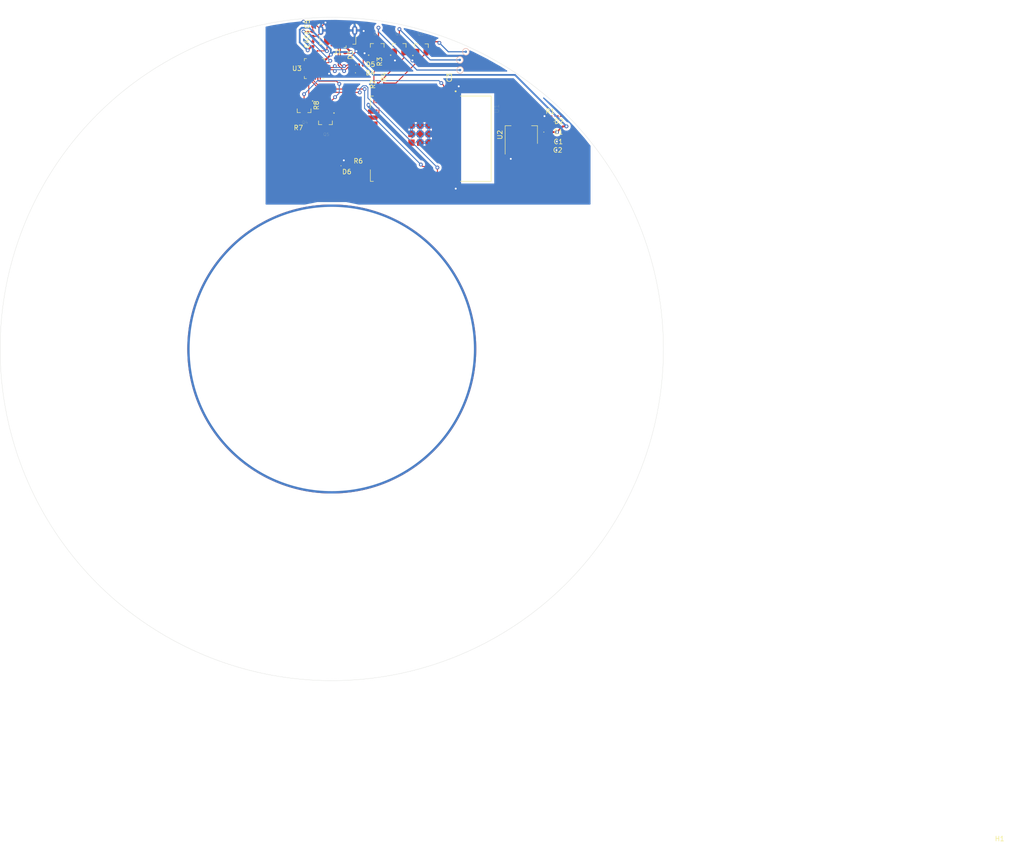
<source format=kicad_pcb>
(kicad_pcb (version 20171130) (host pcbnew "(5.1.4)-1")

  (general
    (thickness 1.6)
    (drawings 2)
    (tracks 273)
    (zones 0)
    (modules 33)
    (nets 68)
  )

  (page A4)
  (layers
    (0 F.Cu signal)
    (31 B.Cu signal)
    (32 B.Adhes user)
    (33 F.Adhes user)
    (34 B.Paste user)
    (35 F.Paste user)
    (36 B.SilkS user)
    (37 F.SilkS user)
    (38 B.Mask user)
    (39 F.Mask user)
    (40 Dwgs.User user)
    (41 Cmts.User user)
    (42 Eco1.User user)
    (43 Eco2.User user)
    (44 Edge.Cuts user)
    (45 Margin user)
    (46 B.CrtYd user)
    (47 F.CrtYd user)
    (48 B.Fab user)
    (49 F.Fab user)
  )

  (setup
    (last_trace_width 0.25)
    (user_trace_width 0.2)
    (user_trace_width 0.381)
    (trace_clearance 0.2)
    (zone_clearance 0.508)
    (zone_45_only no)
    (trace_min 0.2)
    (via_size 0.8)
    (via_drill 0.4)
    (via_min_size 0.4)
    (via_min_drill 0.3)
    (uvia_size 0.3)
    (uvia_drill 0.1)
    (uvias_allowed no)
    (uvia_min_size 0.2)
    (uvia_min_drill 0.1)
    (edge_width 0.05)
    (segment_width 0.2)
    (pcb_text_width 0.3)
    (pcb_text_size 1.5 1.5)
    (mod_edge_width 0.12)
    (mod_text_size 1 1)
    (mod_text_width 0.15)
    (pad_size 0.5 0.5)
    (pad_drill 0)
    (pad_to_mask_clearance 0.051)
    (solder_mask_min_width 0.25)
    (aux_axis_origin 0 0)
    (visible_elements 7FFFFFFF)
    (pcbplotparams
      (layerselection 0x010fc_ffffffff)
      (usegerberextensions false)
      (usegerberattributes false)
      (usegerberadvancedattributes false)
      (creategerberjobfile false)
      (excludeedgelayer true)
      (linewidth 0.100000)
      (plotframeref false)
      (viasonmask false)
      (mode 1)
      (useauxorigin false)
      (hpglpennumber 1)
      (hpglpenspeed 20)
      (hpglpendiameter 15.000000)
      (psnegative false)
      (psa4output false)
      (plotreference true)
      (plotvalue true)
      (plotinvisibletext false)
      (padsonsilk false)
      (subtractmaskfromsilk false)
      (outputformat 1)
      (mirror false)
      (drillshape 1)
      (scaleselection 1)
      (outputdirectory ""))
  )

  (net 0 "")
  (net 1 GND)
  (net 2 "Net-(U1-Pad4)")
  (net 3 "Net-(U1-Pad5)")
  (net 4 "Net-(U1-Pad6)")
  (net 5 "Net-(U1-Pad7)")
  (net 6 "Net-(U1-Pad8)")
  (net 7 "Net-(U1-Pad9)")
  (net 8 "Net-(U1-Pad10)")
  (net 9 "Net-(U1-Pad11)")
  (net 10 "Net-(U1-Pad12)")
  (net 11 "Net-(U1-Pad17)")
  (net 12 "Net-(U1-Pad18)")
  (net 13 "Net-(U1-Pad19)")
  (net 14 "Net-(U1-Pad20)")
  (net 15 "Net-(U1-Pad21)")
  (net 16 "Net-(U1-Pad22)")
  (net 17 "Net-(U1-Pad23)")
  (net 18 "Net-(U1-Pad26)")
  (net 19 "Net-(U1-Pad27)")
  (net 20 "Net-(U1-Pad28)")
  (net 21 "Net-(U1-Pad29)")
  (net 22 "Net-(U1-Pad30)")
  (net 23 "Net-(U1-Pad31)")
  (net 24 "Net-(U1-Pad33)")
  (net 25 "Net-(U1-Pad36)")
  (net 26 "Net-(U1-Pad37)")
  (net 27 VDD_5v)
  (net 28 VDD_3v)
  (net 29 "Net-(C5-Pad1)")
  (net 30 "Net-(D2-Pad1)")
  (net 31 USB_D+)
  (net 32 USB_D-)
  (net 33 "Net-(D6-Pad2)")
  (net 34 "Net-(J1-Pad4)")
  (net 35 "Net-(Q1-Pad2)")
  (net 36 "Net-(Q2-Pad2)")
  (net 37 "Net-(Q3-Pad2)")
  (net 38 RTS)
  (net 39 "Net-(Q4-Pad2)")
  (net 40 EN)
  (net 41 IO0)
  (net 42 "Net-(Q5-Pad2)")
  (net 43 DTR)
  (net 44 GPIO12)
  (net 45 GPIO13)
  (net 46 GPIO14)
  (net 47 "Net-(R5-Pad1)")
  (net 48 IO2)
  (net 49 RXD)
  (net 50 TXD)
  (net 51 "Net-(U3-Pad1)")
  (net 52 "Net-(U3-Pad5)")
  (net 53 "Net-(U3-Pad10)")
  (net 54 "Net-(U3-Pad11)")
  (net 55 "Net-(U3-Pad12)")
  (net 56 "Net-(U3-Pad13)")
  (net 57 "Net-(U3-Pad14)")
  (net 58 "Net-(U3-Pad15)")
  (net 59 "Net-(U3-Pad16)")
  (net 60 "Net-(U3-Pad17)")
  (net 61 "Net-(U3-Pad18)")
  (net 62 "Net-(U3-Pad22)")
  (net 63 "Net-(U3-Pad24)")
  (net 64 +5V)
  (net 65 "Net-(Q1-Pad3)")
  (net 66 "Net-(Q2-Pad3)")
  (net 67 "Net-(Q3-Pad3)")

  (net_class Default "This is the default net class."
    (clearance 0.2)
    (trace_width 0.25)
    (via_dia 0.8)
    (via_drill 0.4)
    (uvia_dia 0.3)
    (uvia_drill 0.1)
    (add_net +5V)
    (add_net DTR)
    (add_net EN)
    (add_net GND)
    (add_net GPIO12)
    (add_net GPIO13)
    (add_net GPIO14)
    (add_net IO0)
    (add_net IO2)
    (add_net "Net-(C5-Pad1)")
    (add_net "Net-(D2-Pad1)")
    (add_net "Net-(D6-Pad2)")
    (add_net "Net-(J1-Pad4)")
    (add_net "Net-(Q1-Pad2)")
    (add_net "Net-(Q1-Pad3)")
    (add_net "Net-(Q2-Pad2)")
    (add_net "Net-(Q2-Pad3)")
    (add_net "Net-(Q3-Pad2)")
    (add_net "Net-(Q3-Pad3)")
    (add_net "Net-(Q4-Pad2)")
    (add_net "Net-(Q5-Pad2)")
    (add_net "Net-(R5-Pad1)")
    (add_net "Net-(U1-Pad10)")
    (add_net "Net-(U1-Pad11)")
    (add_net "Net-(U1-Pad12)")
    (add_net "Net-(U1-Pad17)")
    (add_net "Net-(U1-Pad18)")
    (add_net "Net-(U1-Pad19)")
    (add_net "Net-(U1-Pad20)")
    (add_net "Net-(U1-Pad21)")
    (add_net "Net-(U1-Pad22)")
    (add_net "Net-(U1-Pad23)")
    (add_net "Net-(U1-Pad26)")
    (add_net "Net-(U1-Pad27)")
    (add_net "Net-(U1-Pad28)")
    (add_net "Net-(U1-Pad29)")
    (add_net "Net-(U1-Pad30)")
    (add_net "Net-(U1-Pad31)")
    (add_net "Net-(U1-Pad33)")
    (add_net "Net-(U1-Pad36)")
    (add_net "Net-(U1-Pad37)")
    (add_net "Net-(U1-Pad4)")
    (add_net "Net-(U1-Pad5)")
    (add_net "Net-(U1-Pad6)")
    (add_net "Net-(U1-Pad7)")
    (add_net "Net-(U1-Pad8)")
    (add_net "Net-(U1-Pad9)")
    (add_net "Net-(U3-Pad1)")
    (add_net "Net-(U3-Pad10)")
    (add_net "Net-(U3-Pad11)")
    (add_net "Net-(U3-Pad12)")
    (add_net "Net-(U3-Pad13)")
    (add_net "Net-(U3-Pad14)")
    (add_net "Net-(U3-Pad15)")
    (add_net "Net-(U3-Pad16)")
    (add_net "Net-(U3-Pad17)")
    (add_net "Net-(U3-Pad18)")
    (add_net "Net-(U3-Pad22)")
    (add_net "Net-(U3-Pad24)")
    (add_net "Net-(U3-Pad5)")
    (add_net RTS)
    (add_net RXD)
    (add_net TXD)
    (add_net USB_D+)
    (add_net USB_D-)
    (add_net VDD_3v)
    (add_net VDD_5v)
  )

  (module ESP32_smd:MODULE_ESP32-WROOM-32D (layer F.Cu) (tedit 606C6A91) (tstamp 606CD913)
    (at 169.4815 55.9435 270)
    (path /605F3FCE)
    (fp_text reference U1 (at -6.325 -13.885 90) (layer F.SilkS)
      (effects (font (size 1 1) (thickness 0.015)))
    )
    (fp_text value ESP32-WROOM-32D (at 4.47 14.365 90) (layer F.Fab)
      (effects (font (size 1 1) (thickness 0.015)))
    )
    (fp_line (start -9 -12.75) (end 9 -12.75) (layer F.Fab) (width 0.127))
    (fp_line (start 9 -12.75) (end 9 -6.45) (layer F.Fab) (width 0.127))
    (fp_line (start 9 -6.45) (end 9 12.75) (layer F.Fab) (width 0.127))
    (fp_line (start 9 12.75) (end -9 12.75) (layer F.Fab) (width 0.127))
    (fp_line (start -9 12.75) (end -9 -6.45) (layer F.Fab) (width 0.127))
    (fp_line (start -9 -12.75) (end -9 -6.45) (layer F.Fab) (width 0.127))
    (fp_line (start -9 -6.45) (end 9 -6.45) (layer F.Fab) (width 0.127))
    (fp_poly (pts (xy -9 -12.75) (xy 9 -12.75) (xy 9 -6.45) (xy -9 -6.45)) (layer Dwgs.User) (width 0.01))
    (fp_poly (pts (xy -9 -12.75) (xy 9 -12.75) (xy 9 -6.45) (xy -9 -6.45)) (layer Dwgs.User) (width 0.01))
    (fp_text user ANTENNA (at -6 -9 90) (layer F.Fab)
      (effects (font (size 1.4 1.4) (thickness 0.015)))
    )
    (fp_line (start -9.25 -13) (end 9.25 -13) (layer F.CrtYd) (width 0.05))
    (fp_line (start 9.25 -13) (end 9.25 -6) (layer F.CrtYd) (width 0.05))
    (fp_line (start 9.25 -6) (end 9.75 -6) (layer F.CrtYd) (width 0.05))
    (fp_line (start 9.75 -6) (end 9.75 13.5) (layer F.CrtYd) (width 0.05))
    (fp_line (start 9.75 13.5) (end -9.75 13.5) (layer F.CrtYd) (width 0.05))
    (fp_line (start -9.75 13.5) (end -9.75 -6) (layer F.CrtYd) (width 0.05))
    (fp_line (start -9.75 -6) (end -9.25 -6) (layer F.CrtYd) (width 0.05))
    (fp_line (start -9.25 -6) (end -9.25 -13) (layer F.CrtYd) (width 0.05))
    (fp_circle (center -10 -5.25) (end -9.9 -5.25) (layer F.Fab) (width 0.2))
    (fp_circle (center -10 -5.25) (end -9.9 -5.25) (layer F.SilkS) (width 0.2))
    (fp_line (start -9 12.1) (end -9 12.75) (layer F.SilkS) (width 0.127))
    (fp_line (start -9 12.75) (end -6.55 12.75) (layer F.SilkS) (width 0.127))
    (fp_line (start 6.55 12.75) (end 9 12.75) (layer F.SilkS) (width 0.127))
    (fp_line (start 9 12.75) (end 9 12.1) (layer F.SilkS) (width 0.127))
    (fp_line (start -9 -6.25) (end -9 -12.75) (layer F.SilkS) (width 0.127))
    (fp_line (start -9 -12.75) (end 9 -12.75) (layer F.SilkS) (width 0.127))
    (fp_line (start 9 -12.75) (end 9 -6.25) (layer F.SilkS) (width 0.127))
    (pad 1 smd rect (at -8.5 -5.26 270) (size 2 0.9) (layers F.Cu F.Paste F.Mask)
      (net 1 GND))
    (pad 2 smd rect (at -8.5 -3.99 270) (size 2 0.9) (layers F.Cu F.Paste F.Mask)
      (net 28 VDD_3v))
    (pad 3 smd rect (at -8.5 -2.72 270) (size 2 0.9) (layers F.Cu F.Paste F.Mask)
      (net 40 EN))
    (pad 4 smd rect (at -8.5 -1.45 270) (size 2 0.9) (layers F.Cu F.Paste F.Mask)
      (net 2 "Net-(U1-Pad4)"))
    (pad 5 smd rect (at -8.5 -0.18 270) (size 2 0.9) (layers F.Cu F.Paste F.Mask)
      (net 3 "Net-(U1-Pad5)"))
    (pad 6 smd rect (at -8.5 1.09 270) (size 2 0.9) (layers F.Cu F.Paste F.Mask)
      (net 4 "Net-(U1-Pad6)"))
    (pad 7 smd rect (at -8.5 2.36 270) (size 2 0.9) (layers F.Cu F.Paste F.Mask)
      (net 5 "Net-(U1-Pad7)"))
    (pad 8 smd rect (at -8.5 3.63 270) (size 2 0.9) (layers F.Cu F.Paste F.Mask)
      (net 6 "Net-(U1-Pad8)"))
    (pad 9 smd rect (at -8.5 4.9 270) (size 2 0.9) (layers F.Cu F.Paste F.Mask)
      (net 7 "Net-(U1-Pad9)"))
    (pad 10 smd rect (at -8.5 6.17 270) (size 2 0.9) (layers F.Cu F.Paste F.Mask)
      (net 8 "Net-(U1-Pad10)"))
    (pad 11 smd rect (at -8.5 7.44 270) (size 2 0.9) (layers F.Cu F.Paste F.Mask)
      (net 9 "Net-(U1-Pad11)"))
    (pad 12 smd rect (at -8.5 8.71 270) (size 2 0.9) (layers F.Cu F.Paste F.Mask)
      (net 10 "Net-(U1-Pad12)"))
    (pad 13 smd rect (at -8.5 9.98 270) (size 2 0.9) (layers F.Cu F.Paste F.Mask)
      (net 46 GPIO14))
    (pad 14 smd rect (at -8.5 11.25 270) (size 2 0.9) (layers F.Cu F.Paste F.Mask)
      (net 44 GPIO12))
    (pad 15 smd rect (at -5.715 12.25 270) (size 0.9 2) (layers F.Cu F.Paste F.Mask)
      (net 1 GND))
    (pad 16 smd rect (at -4.445 12.25 270) (size 0.9 2) (layers F.Cu F.Paste F.Mask)
      (net 45 GPIO13))
    (pad 17 smd rect (at -3.175 12.25 270) (size 0.9 2) (layers F.Cu F.Paste F.Mask)
      (net 11 "Net-(U1-Pad17)"))
    (pad 18 smd rect (at -1.905 12.25 270) (size 0.9 2) (layers F.Cu F.Paste F.Mask)
      (net 12 "Net-(U1-Pad18)"))
    (pad 19 smd rect (at -0.635 12.25 270) (size 0.9 2) (layers F.Cu F.Paste F.Mask)
      (net 13 "Net-(U1-Pad19)"))
    (pad 20 smd rect (at 0.635 12.25 270) (size 0.9 2) (layers F.Cu F.Paste F.Mask)
      (net 14 "Net-(U1-Pad20)"))
    (pad 21 smd rect (at 1.905 12.25 270) (size 0.9 2) (layers F.Cu F.Paste F.Mask)
      (net 15 "Net-(U1-Pad21)"))
    (pad 22 smd rect (at 3.175 12.25 270) (size 0.9 2) (layers F.Cu F.Paste F.Mask)
      (net 16 "Net-(U1-Pad22)"))
    (pad 23 smd rect (at 4.445 12.25 270) (size 0.9 2) (layers F.Cu F.Paste F.Mask)
      (net 17 "Net-(U1-Pad23)"))
    (pad 24 smd rect (at 5.715 12.25 270) (size 0.9 2) (layers F.Cu F.Paste F.Mask)
      (net 48 IO2))
    (pad 25 smd rect (at 8.5 11.25 270) (size 2 0.9) (layers F.Cu F.Paste F.Mask)
      (net 41 IO0))
    (pad 26 smd rect (at 8.5 9.98 270) (size 2 0.9) (layers F.Cu F.Paste F.Mask)
      (net 18 "Net-(U1-Pad26)"))
    (pad 27 smd rect (at 8.5 8.71 270) (size 2 0.9) (layers F.Cu F.Paste F.Mask)
      (net 19 "Net-(U1-Pad27)"))
    (pad 28 smd rect (at 8.5 7.44 270) (size 2 0.9) (layers F.Cu F.Paste F.Mask)
      (net 20 "Net-(U1-Pad28)"))
    (pad 29 smd rect (at 8.5 6.17 270) (size 2 0.9) (layers F.Cu F.Paste F.Mask)
      (net 21 "Net-(U1-Pad29)"))
    (pad 30 smd rect (at 8.5 4.9 270) (size 2 0.9) (layers F.Cu F.Paste F.Mask)
      (net 22 "Net-(U1-Pad30)"))
    (pad 31 smd rect (at 8.5 3.63 270) (size 2 0.9) (layers F.Cu F.Paste F.Mask)
      (net 23 "Net-(U1-Pad31)"))
    (pad 32 smd rect (at 8.5 2.36 270) (size 2 0.9) (layers F.Cu F.Paste F.Mask))
    (pad 33 smd rect (at 8.5 1.09 270) (size 2 0.9) (layers F.Cu F.Paste F.Mask)
      (net 24 "Net-(U1-Pad33)"))
    (pad 34 smd rect (at 8.5 -0.18 270) (size 2 0.9) (layers F.Cu F.Paste F.Mask)
      (net 49 RXD))
    (pad 35 smd rect (at 8.5 -1.45 270) (size 2 0.9) (layers F.Cu F.Paste F.Mask)
      (net 50 TXD))
    (pad 36 smd rect (at 8.5 -2.72 270) (size 2 0.9) (layers F.Cu F.Paste F.Mask)
      (net 25 "Net-(U1-Pad36)"))
    (pad 37 smd rect (at 8.5 -3.99 270) (size 2 0.9) (layers F.Cu F.Paste F.Mask)
      (net 26 "Net-(U1-Pad37)"))
    (pad 38 smd rect (at 8.5 -5.26 270) (size 2 0.9) (layers F.Cu F.Paste F.Mask)
      (net 1 GND))
    (pad 39_1 smd rect (at -2.835 0.405 270) (size 1.33 1.33) (layers F.Cu F.Paste F.Mask)
      (net 1 GND))
    (pad 39_2 smd rect (at -1 0.405 270) (size 1.33 1.33) (layers F.Cu F.Paste F.Mask)
      (net 1 GND))
    (pad 39_3 smd rect (at 0.835 0.405 270) (size 1.33 1.33) (layers F.Cu F.Paste F.Mask)
      (net 1 GND))
    (pad 39_4 smd rect (at -2.835 2.24 270) (size 1.33 1.33) (layers F.Cu F.Paste F.Mask)
      (net 1 GND))
    (pad 39_5 smd rect (at -1 2.24 270) (size 1.33 1.33) (layers F.Cu F.Paste F.Mask)
      (net 1 GND))
    (pad 39_6 smd rect (at 0.835 2.24 270) (size 1.33 1.33) (layers F.Cu F.Paste F.Mask)
      (net 1 GND))
    (pad 39_7 smd rect (at -2.835 4.075 270) (size 1.33 1.33) (layers F.Cu F.Paste F.Mask)
      (net 1 GND))
    (pad 39_8 smd rect (at -1 4.075 270) (size 1.33 1.33) (layers F.Cu F.Paste F.Mask)
      (net 1 GND))
    (pad 39_9 smd rect (at 0.835 4.075 270) (size 1.33 1.33) (layers F.Cu F.Paste F.Mask)
      (net 1 GND))
    (pad 39_10 thru_hole circle (at -1.9175 0.405 270) (size 0.3 0.3) (drill 0.2) (layers *.Cu *.Mask)
      (net 1 GND))
    (pad 39_11 thru_hole circle (at -0.0825 0.405 270) (size 0.3 0.3) (drill 0.2) (layers *.Cu *.Mask)
      (net 1 GND))
    (pad 39_12 thru_hole circle (at -2.835 1.3225 270) (size 0.3 0.3) (drill 0.2) (layers *.Cu *.Mask)
      (net 1 GND))
    (pad 39_13 thru_hole circle (at -1 1.3225 270) (size 0.3 0.3) (drill 0.2) (layers *.Cu *.Mask)
      (net 1 GND))
    (pad 39_14 thru_hole circle (at 0.835 1.3225 270) (size 0.3 0.3) (drill 0.2) (layers *.Cu *.Mask)
      (net 1 GND))
    (pad 39_15 thru_hole circle (at -1.9175 2.24 270) (size 0.3 0.3) (drill 0.2) (layers *.Cu *.Mask)
      (net 1 GND))
    (pad 39_16 thru_hole circle (at -0.0825 2.24 270) (size 0.3 0.3) (drill 0.2) (layers *.Cu *.Mask)
      (net 1 GND))
    (pad 39_17 thru_hole circle (at -2.835 3.1575 270) (size 0.3 0.3) (drill 0.2) (layers *.Cu *.Mask)
      (net 1 GND))
    (pad 39_18 thru_hole circle (at -1 3.1575 270) (size 0.3 0.3) (drill 0.2) (layers *.Cu *.Mask)
      (net 1 GND))
    (pad 39_19 thru_hole circle (at 0.835 3.1575 270) (size 0.3 0.3) (drill 0.2) (layers *.Cu *.Mask)
      (net 1 GND))
    (pad 39_20 thru_hole circle (at -1.9175 4.075 270) (size 0.3 0.3) (drill 0.2) (layers *.Cu *.Mask)
      (net 1 GND))
    (pad 39_21 thru_hole circle (at -0.0825 4.075 270) (size 0.3 0.3) (drill 0.2) (layers *.Cu *.Mask)
      (net 1 GND))
    (model ${KICAD_CUSTOM}/ESP32-WROOM-32D.step
      (at (xyz 0 0 0))
      (scale (xyz 1 1 1))
      (rotate (xyz -90 0 0))
    )
  )

  (module TestPoint:TestPoint_Pad_D1.0mm (layer B.Cu) (tedit 6087EF50) (tstamp 60884349)
    (at 175.6664 41.4528)
    (descr "SMD pad as test Point, diameter 1.0mm")
    (tags "test point SMD pad")
    (attr virtual)
    (fp_text reference REF** (at 0 1.448) (layer F.Fab) hide
      (effects (font (size 1 1) (thickness 0.15)) (justify mirror))
    )
    (fp_text value 3 (at -1.3716 -1.1176) (layer B.Fab)
      (effects (font (size 1 1) (thickness 0.15)) (justify mirror))
    )
    (fp_text user %R (at 0 1.45) (layer F.Fab) hide
      (effects (font (size 1 1) (thickness 0.15)) (justify mirror))
    )
    (fp_circle (center 0 0) (end 1 0) (layer B.CrtYd) (width 0.05))
    (fp_circle (center 0 0) (end 0 -0.7) (layer B.SilkS) (width 0.12))
    (pad 1 smd circle (at 0 0) (size 0.5 0.5) (layers B.Cu B.Mask)
      (net 66 "Net-(Q2-Pad3)"))
  )

  (module TestPoint:TestPoint_Pad_D1.0mm (layer B.Cu) (tedit 6087EF45) (tstamp 60884349)
    (at 175.6156 39.3192)
    (descr "SMD pad as test Point, diameter 1.0mm")
    (tags "test point SMD pad")
    (attr virtual)
    (fp_text reference REF** (at 0 1.448) (layer F.Fab) hide
      (effects (font (size 1 1) (thickness 0.15)) (justify mirror))
    )
    (fp_text value 2 (at -1.3716 -1.1176) (layer B.Fab)
      (effects (font (size 1 1) (thickness 0.15)) (justify mirror))
    )
    (fp_text user %R (at 0 1.45) (layer F.Fab) hide
      (effects (font (size 1 1) (thickness 0.15)) (justify mirror))
    )
    (fp_circle (center 0 0) (end 1 0) (layer B.CrtYd) (width 0.05))
    (fp_circle (center 0 0) (end 0 -0.7) (layer B.SilkS) (width 0.12))
    (pad 1 smd circle (at 0 0) (size 0.5 0.5) (layers B.Cu B.Mask)
      (net 65 "Net-(Q1-Pad3)"))
  )

  (module TestPoint:TestPoint_Pad_D1.0mm (layer B.Cu) (tedit 6087EF18) (tstamp 6088411A)
    (at 176.8856 37.592)
    (descr "SMD pad as test Point, diameter 1.0mm")
    (tags "test point SMD pad")
    (attr virtual)
    (fp_text reference REF** (at 0 1.448) (layer F.Fab) hide
      (effects (font (size 1 1) (thickness 0.15)) (justify mirror))
    )
    (fp_text value 1 (at -1.3716 -1.1176) (layer B.Fab)
      (effects (font (size 1 1) (thickness 0.15)) (justify mirror))
    )
    (fp_circle (center 0 0) (end 0 -0.7) (layer B.SilkS) (width 0.12))
    (fp_circle (center 0 0) (end 1 0) (layer B.CrtYd) (width 0.05))
    (fp_text user %R (at 0 1.45) (layer F.Fab) hide
      (effects (font (size 1 1) (thickness 0.15)) (justify mirror))
    )
    (pad 1 smd circle (at 0 0) (size 0.5 0.5) (layers B.Cu B.Mask)
      (net 67 "Net-(Q3-Pad3)"))
  )

  (module Package_DFN_QFN:QFN-24-1EP_4x4mm_P0.5mm_EP2.6x2.6mm (layer F.Cu) (tedit 5C1FD453) (tstamp 6087CAFF)
    (at 144.907 41.148 180)
    (descr "QFN, 24 Pin (http://ww1.microchip.com/downloads/en/PackagingSpec/00000049BQ.pdf#page=278), generated with kicad-footprint-generator ipc_dfn_qfn_generator.py")
    (tags "QFN DFN_QFN")
    (path /6065CCCC)
    (attr smd)
    (fp_text reference U3 (at 3.66776 0.03048) (layer F.SilkS)
      (effects (font (size 1 1) (thickness 0.15)))
    )
    (fp_text value CP2102N-A01-GQFN24 (at 0 3.3) (layer F.Fab)
      (effects (font (size 1 1) (thickness 0.15)))
    )
    (fp_line (start 1.635 -2.11) (end 2.11 -2.11) (layer F.SilkS) (width 0.12))
    (fp_line (start 2.11 -2.11) (end 2.11 -1.635) (layer F.SilkS) (width 0.12))
    (fp_line (start -1.635 2.11) (end -2.11 2.11) (layer F.SilkS) (width 0.12))
    (fp_line (start -2.11 2.11) (end -2.11 1.635) (layer F.SilkS) (width 0.12))
    (fp_line (start 1.635 2.11) (end 2.11 2.11) (layer F.SilkS) (width 0.12))
    (fp_line (start 2.11 2.11) (end 2.11 1.635) (layer F.SilkS) (width 0.12))
    (fp_line (start -1.635 -2.11) (end -2.11 -2.11) (layer F.SilkS) (width 0.12))
    (fp_line (start -1 -2) (end 2 -2) (layer F.Fab) (width 0.1))
    (fp_line (start 2 -2) (end 2 2) (layer F.Fab) (width 0.1))
    (fp_line (start 2 2) (end -2 2) (layer F.Fab) (width 0.1))
    (fp_line (start -2 2) (end -2 -1) (layer F.Fab) (width 0.1))
    (fp_line (start -2 -1) (end -1 -2) (layer F.Fab) (width 0.1))
    (fp_line (start -2.6 -2.6) (end -2.6 2.6) (layer F.CrtYd) (width 0.05))
    (fp_line (start -2.6 2.6) (end 2.6 2.6) (layer F.CrtYd) (width 0.05))
    (fp_line (start 2.6 2.6) (end 2.6 -2.6) (layer F.CrtYd) (width 0.05))
    (fp_line (start 2.6 -2.6) (end -2.6 -2.6) (layer F.CrtYd) (width 0.05))
    (fp_text user %R (at 0 0) (layer F.Fab)
      (effects (font (size 1 1) (thickness 0.15)))
    )
    (pad 25 smd roundrect (at 0 0 180) (size 2.6 2.6) (layers F.Cu F.Mask) (roundrect_rratio 0.096154)
      (net 1 GND))
    (pad "" smd roundrect (at -0.65 -0.65 180) (size 1.05 1.05) (layers F.Paste) (roundrect_rratio 0.238095))
    (pad "" smd roundrect (at -0.65 0.65 180) (size 1.05 1.05) (layers F.Paste) (roundrect_rratio 0.238095))
    (pad "" smd roundrect (at 0.65 -0.65 180) (size 1.05 1.05) (layers F.Paste) (roundrect_rratio 0.238095))
    (pad "" smd roundrect (at 0.65 0.65 180) (size 1.05 1.05) (layers F.Paste) (roundrect_rratio 0.238095))
    (pad 1 smd roundrect (at -1.9375 -1.25 180) (size 0.825 0.25) (layers F.Cu F.Paste F.Mask) (roundrect_rratio 0.25)
      (net 51 "Net-(U3-Pad1)"))
    (pad 2 smd roundrect (at -1.9375 -0.75 180) (size 0.825 0.25) (layers F.Cu F.Paste F.Mask) (roundrect_rratio 0.25)
      (net 1 GND))
    (pad 3 smd roundrect (at -1.9375 -0.25 180) (size 0.825 0.25) (layers F.Cu F.Paste F.Mask) (roundrect_rratio 0.25)
      (net 31 USB_D+))
    (pad 4 smd roundrect (at -1.9375 0.25 180) (size 0.825 0.25) (layers F.Cu F.Paste F.Mask) (roundrect_rratio 0.25)
      (net 32 USB_D-))
    (pad 5 smd roundrect (at -1.9375 0.75 180) (size 0.825 0.25) (layers F.Cu F.Paste F.Mask) (roundrect_rratio 0.25)
      (net 52 "Net-(U3-Pad5)"))
    (pad 6 smd roundrect (at -1.9375 1.25 180) (size 0.825 0.25) (layers F.Cu F.Paste F.Mask) (roundrect_rratio 0.25)
      (net 29 "Net-(C5-Pad1)"))
    (pad 7 smd roundrect (at -1.25 1.9375 180) (size 0.25 0.825) (layers F.Cu F.Paste F.Mask) (roundrect_rratio 0.25)
      (net 64 +5V))
    (pad 8 smd roundrect (at -0.75 1.9375 180) (size 0.25 0.825) (layers F.Cu F.Paste F.Mask) (roundrect_rratio 0.25)
      (net 64 +5V))
    (pad 9 smd roundrect (at -0.25 1.9375 180) (size 0.25 0.825) (layers F.Cu F.Paste F.Mask) (roundrect_rratio 0.25)
      (net 47 "Net-(R5-Pad1)"))
    (pad 10 smd roundrect (at 0.25 1.9375 180) (size 0.25 0.825) (layers F.Cu F.Paste F.Mask) (roundrect_rratio 0.25)
      (net 53 "Net-(U3-Pad10)"))
    (pad 11 smd roundrect (at 0.75 1.9375 180) (size 0.25 0.825) (layers F.Cu F.Paste F.Mask) (roundrect_rratio 0.25)
      (net 54 "Net-(U3-Pad11)"))
    (pad 12 smd roundrect (at 1.25 1.9375 180) (size 0.25 0.825) (layers F.Cu F.Paste F.Mask) (roundrect_rratio 0.25)
      (net 55 "Net-(U3-Pad12)"))
    (pad 13 smd roundrect (at 1.9375 1.25 180) (size 0.825 0.25) (layers F.Cu F.Paste F.Mask) (roundrect_rratio 0.25)
      (net 56 "Net-(U3-Pad13)"))
    (pad 14 smd roundrect (at 1.9375 0.75 180) (size 0.825 0.25) (layers F.Cu F.Paste F.Mask) (roundrect_rratio 0.25)
      (net 57 "Net-(U3-Pad14)"))
    (pad 15 smd roundrect (at 1.9375 0.25 180) (size 0.825 0.25) (layers F.Cu F.Paste F.Mask) (roundrect_rratio 0.25)
      (net 58 "Net-(U3-Pad15)"))
    (pad 16 smd roundrect (at 1.9375 -0.25 180) (size 0.825 0.25) (layers F.Cu F.Paste F.Mask) (roundrect_rratio 0.25)
      (net 59 "Net-(U3-Pad16)"))
    (pad 17 smd roundrect (at 1.9375 -0.75 180) (size 0.825 0.25) (layers F.Cu F.Paste F.Mask) (roundrect_rratio 0.25)
      (net 60 "Net-(U3-Pad17)"))
    (pad 18 smd roundrect (at 1.9375 -1.25 180) (size 0.825 0.25) (layers F.Cu F.Paste F.Mask) (roundrect_rratio 0.25)
      (net 61 "Net-(U3-Pad18)"))
    (pad 19 smd roundrect (at 1.25 -1.9375 180) (size 0.25 0.825) (layers F.Cu F.Paste F.Mask) (roundrect_rratio 0.25)
      (net 38 RTS))
    (pad 20 smd roundrect (at 0.75 -1.9375 180) (size 0.25 0.825) (layers F.Cu F.Paste F.Mask) (roundrect_rratio 0.25)
      (net 50 TXD))
    (pad 21 smd roundrect (at 0.25 -1.9375 180) (size 0.25 0.825) (layers F.Cu F.Paste F.Mask) (roundrect_rratio 0.25)
      (net 49 RXD))
    (pad 22 smd roundrect (at -0.25 -1.9375 180) (size 0.25 0.825) (layers F.Cu F.Paste F.Mask) (roundrect_rratio 0.25)
      (net 62 "Net-(U3-Pad22)"))
    (pad 23 smd roundrect (at -0.75 -1.9375 180) (size 0.25 0.825) (layers F.Cu F.Paste F.Mask) (roundrect_rratio 0.25)
      (net 43 DTR))
    (pad 24 smd roundrect (at -1.25 -1.9375 180) (size 0.25 0.825) (layers F.Cu F.Paste F.Mask) (roundrect_rratio 0.25)
      (net 63 "Net-(U3-Pad24)"))
    (model ${KISYS3DMOD}/Package_DFN_QFN.3dshapes/QFN-24-1EP_4x4mm_P0.5mm_EP2.6x2.6mm.wrl
      (at (xyz 0 0 0))
      (scale (xyz 1 1 1))
      (rotate (xyz 0 0 0))
    )
  )

  (module Capacitor_SMD:C_0402_1005Metric (layer F.Cu) (tedit 5B301BBE) (tstamp 606C6817)
    (at 144.5895 31.75 90)
    (descr "Capacitor SMD 0402 (1005 Metric), square (rectangular) end terminal, IPC_7351 nominal, (Body size source: http://www.tortai-tech.com/upload/download/2011102023233369053.pdf), generated with kicad-footprint-generator")
    (tags capacitor)
    (path /606816AA)
    (attr smd)
    (fp_text reference C5 (at 0 -1.17 90) (layer F.SilkS)
      (effects (font (size 1 1) (thickness 0.15)))
    )
    (fp_text value 4.7uF (at 0 1.17 90) (layer F.Fab)
      (effects (font (size 1 1) (thickness 0.15)))
    )
    (fp_line (start -0.5 0.25) (end -0.5 -0.25) (layer F.Fab) (width 0.1))
    (fp_line (start -0.5 -0.25) (end 0.5 -0.25) (layer F.Fab) (width 0.1))
    (fp_line (start 0.5 -0.25) (end 0.5 0.25) (layer F.Fab) (width 0.1))
    (fp_line (start 0.5 0.25) (end -0.5 0.25) (layer F.Fab) (width 0.1))
    (fp_line (start -0.93 0.47) (end -0.93 -0.47) (layer F.CrtYd) (width 0.05))
    (fp_line (start -0.93 -0.47) (end 0.93 -0.47) (layer F.CrtYd) (width 0.05))
    (fp_line (start 0.93 -0.47) (end 0.93 0.47) (layer F.CrtYd) (width 0.05))
    (fp_line (start 0.93 0.47) (end -0.93 0.47) (layer F.CrtYd) (width 0.05))
    (fp_text user %R (at 0 0 90) (layer F.Fab)
      (effects (font (size 0.25 0.25) (thickness 0.04)))
    )
    (pad 1 smd roundrect (at -0.485 0 90) (size 0.59 0.64) (layers F.Cu F.Paste F.Mask) (roundrect_rratio 0.25)
      (net 29 "Net-(C5-Pad1)"))
    (pad 2 smd roundrect (at 0.485 0 90) (size 0.59 0.64) (layers F.Cu F.Paste F.Mask) (roundrect_rratio 0.25)
      (net 1 GND))
    (model ${KISYS3DMOD}/Capacitor_SMD.3dshapes/C_0402_1005Metric.wrl
      (at (xyz 0 0 0))
      (scale (xyz 1 1 1))
      (rotate (xyz 0 0 0))
    )
  )

  (module Resistor_SMD:R_01005_0402Metric (layer F.Cu) (tedit 5B301BBD) (tstamp 6087ED4D)
    (at 154.178 61.6585)
    (descr "Resistor SMD 01005 (0402 Metric), square (rectangular) end terminal, IPC_7351 nominal, (Body size source: http://www.vishay.com/docs/20056/crcw01005e3.pdf), generated with kicad-footprint-generator")
    (tags resistor)
    (path /60694E3B)
    (attr smd)
    (fp_text reference R6 (at 0 -1) (layer F.SilkS)
      (effects (font (size 1 1) (thickness 0.15)))
    )
    (fp_text value 470 (at 0 1) (layer F.Fab)
      (effects (font (size 1 1) (thickness 0.15)))
    )
    (fp_line (start -0.2 0.1) (end -0.2 -0.1) (layer F.Fab) (width 0.1))
    (fp_line (start -0.2 -0.1) (end 0.2 -0.1) (layer F.Fab) (width 0.1))
    (fp_line (start 0.2 -0.1) (end 0.2 0.1) (layer F.Fab) (width 0.1))
    (fp_line (start 0.2 0.1) (end -0.2 0.1) (layer F.Fab) (width 0.1))
    (fp_line (start -0.6 0.3) (end -0.6 -0.3) (layer F.CrtYd) (width 0.05))
    (fp_line (start -0.6 -0.3) (end 0.6 -0.3) (layer F.CrtYd) (width 0.05))
    (fp_line (start 0.6 -0.3) (end 0.6 0.3) (layer F.CrtYd) (width 0.05))
    (fp_line (start 0.6 0.3) (end -0.6 0.3) (layer F.CrtYd) (width 0.05))
    (fp_text user %R (at 0 -0.62) (layer F.Fab)
      (effects (font (size 0.25 0.25) (thickness 0.04)))
    )
    (pad "" smd roundrect (at -0.275 0) (size 0.27 0.27) (layers F.Paste) (roundrect_rratio 0.25))
    (pad "" smd roundrect (at 0.275 0) (size 0.27 0.27) (layers F.Paste) (roundrect_rratio 0.25))
    (pad 1 smd roundrect (at -0.25 0) (size 0.4 0.3) (layers F.Cu F.Mask) (roundrect_rratio 0.25)
      (net 33 "Net-(D6-Pad2)"))
    (pad 2 smd roundrect (at 0.25 0) (size 0.4 0.3) (layers F.Cu F.Mask) (roundrect_rratio 0.25)
      (net 48 IO2))
    (model ${KISYS3DMOD}/Resistor_SMD.3dshapes/R_01005_0402Metric.wrl
      (at (xyz 0 0 0))
      (scale (xyz 1 1 1))
      (rotate (xyz 0 0 0))
    )
  )

  (module LED_SMD:LED_0402_1005Metric (layer F.Cu) (tedit 5B301BBE) (tstamp 6087ED1B)
    (at 151.638 61.6585)
    (descr "LED SMD 0402 (1005 Metric), square (rectangular) end terminal, IPC_7351 nominal, (Body size source: http://www.tortai-tech.com/upload/download/2011102023233369053.pdf), generated with kicad-footprint-generator")
    (tags LED)
    (path /60693C55)
    (attr smd)
    (fp_text reference D6 (at 0.127 1.27) (layer F.SilkS)
      (effects (font (size 1 1) (thickness 0.15)))
    )
    (fp_text value LED (at 0 1.17) (layer F.Fab)
      (effects (font (size 1 1) (thickness 0.15)))
    )
    (fp_circle (center -1.09 0) (end -1.04 0) (layer F.SilkS) (width 0.1))
    (fp_line (start -0.5 0.25) (end -0.5 -0.25) (layer F.Fab) (width 0.1))
    (fp_line (start -0.5 -0.25) (end 0.5 -0.25) (layer F.Fab) (width 0.1))
    (fp_line (start 0.5 -0.25) (end 0.5 0.25) (layer F.Fab) (width 0.1))
    (fp_line (start 0.5 0.25) (end -0.5 0.25) (layer F.Fab) (width 0.1))
    (fp_line (start -0.4 0.25) (end -0.4 -0.25) (layer F.Fab) (width 0.1))
    (fp_line (start -0.3 0.25) (end -0.3 -0.25) (layer F.Fab) (width 0.1))
    (fp_line (start -0.93 0.47) (end -0.93 -0.47) (layer F.CrtYd) (width 0.05))
    (fp_line (start -0.93 -0.47) (end 0.93 -0.47) (layer F.CrtYd) (width 0.05))
    (fp_line (start 0.93 -0.47) (end 0.93 0.47) (layer F.CrtYd) (width 0.05))
    (fp_line (start 0.93 0.47) (end -0.93 0.47) (layer F.CrtYd) (width 0.05))
    (fp_text user %R (at 0 0) (layer F.Fab)
      (effects (font (size 0.25 0.25) (thickness 0.04)))
    )
    (pad 1 smd roundrect (at -0.485 0) (size 0.59 0.64) (layers F.Cu F.Paste F.Mask) (roundrect_rratio 0.25)
      (net 1 GND))
    (pad 2 smd roundrect (at 0.485 0) (size 0.59 0.64) (layers F.Cu F.Paste F.Mask) (roundrect_rratio 0.25)
      (net 33 "Net-(D6-Pad2)"))
    (model ${KISYS3DMOD}/LED_SMD.3dshapes/LED_0402_1005Metric.wrl
      (at (xyz 0 0 0))
      (scale (xyz 1 1 1))
      (rotate (xyz 0 0 0))
    )
  )

  (module Capacitor_SMD:C_0402_1005Metric (layer F.Cu) (tedit 5B301BBE) (tstamp 6087D00A)
    (at 194.437 56.515)
    (descr "Capacitor SMD 0402 (1005 Metric), square (rectangular) end terminal, IPC_7351 nominal, (Body size source: http://www.tortai-tech.com/upload/download/2011102023233369053.pdf), generated with kicad-footprint-generator")
    (tags capacitor)
    (path /60699091)
    (attr smd)
    (fp_text reference C1 (at 1.9685 0.0635) (layer F.SilkS)
      (effects (font (size 1 1) (thickness 0.15)))
    )
    (fp_text value 10uF (at 0 1.17) (layer F.Fab)
      (effects (font (size 1 1) (thickness 0.15)))
    )
    (fp_text user %R (at 0 0) (layer F.Fab)
      (effects (font (size 0.25 0.25) (thickness 0.04)))
    )
    (fp_line (start 0.93 0.47) (end -0.93 0.47) (layer F.CrtYd) (width 0.05))
    (fp_line (start 0.93 -0.47) (end 0.93 0.47) (layer F.CrtYd) (width 0.05))
    (fp_line (start -0.93 -0.47) (end 0.93 -0.47) (layer F.CrtYd) (width 0.05))
    (fp_line (start -0.93 0.47) (end -0.93 -0.47) (layer F.CrtYd) (width 0.05))
    (fp_line (start 0.5 0.25) (end -0.5 0.25) (layer F.Fab) (width 0.1))
    (fp_line (start 0.5 -0.25) (end 0.5 0.25) (layer F.Fab) (width 0.1))
    (fp_line (start -0.5 -0.25) (end 0.5 -0.25) (layer F.Fab) (width 0.1))
    (fp_line (start -0.5 0.25) (end -0.5 -0.25) (layer F.Fab) (width 0.1))
    (pad 2 smd roundrect (at 0.485 0) (size 0.59 0.64) (layers F.Cu F.Paste F.Mask) (roundrect_rratio 0.25)
      (net 1 GND))
    (pad 1 smd roundrect (at -0.485 0) (size 0.59 0.64) (layers F.Cu F.Paste F.Mask) (roundrect_rratio 0.25)
      (net 27 VDD_5v))
    (model ${KISYS3DMOD}/Capacitor_SMD.3dshapes/C_0402_1005Metric.wrl
      (at (xyz 0 0 0))
      (scale (xyz 1 1 1))
      (rotate (xyz 0 0 0))
    )
  )

  (module Resistor_SMD:R_01005_0402Metric (layer F.Cu) (tedit 5B301BBD) (tstamp 606C697C)
    (at 159.5755 39.751 90)
    (descr "Resistor SMD 01005 (0402 Metric), square (rectangular) end terminal, IPC_7351 nominal, (Body size source: http://www.vishay.com/docs/20056/crcw01005e3.pdf), generated with kicad-footprint-generator")
    (tags resistor)
    (path /606E0481)
    (attr smd)
    (fp_text reference R3 (at 0.0635 -0.889 90) (layer F.SilkS)
      (effects (font (size 1 1) (thickness 0.15)))
    )
    (fp_text value 1k (at 0 1 90) (layer F.Fab)
      (effects (font (size 1 1) (thickness 0.15)))
    )
    (fp_text user %R (at 0 -0.62 90) (layer F.Fab)
      (effects (font (size 0.25 0.25) (thickness 0.04)))
    )
    (fp_line (start 0.6 0.3) (end -0.6 0.3) (layer F.CrtYd) (width 0.05))
    (fp_line (start 0.6 -0.3) (end 0.6 0.3) (layer F.CrtYd) (width 0.05))
    (fp_line (start -0.6 -0.3) (end 0.6 -0.3) (layer F.CrtYd) (width 0.05))
    (fp_line (start -0.6 0.3) (end -0.6 -0.3) (layer F.CrtYd) (width 0.05))
    (fp_line (start 0.2 0.1) (end -0.2 0.1) (layer F.Fab) (width 0.1))
    (fp_line (start 0.2 -0.1) (end 0.2 0.1) (layer F.Fab) (width 0.1))
    (fp_line (start -0.2 -0.1) (end 0.2 -0.1) (layer F.Fab) (width 0.1))
    (fp_line (start -0.2 0.1) (end -0.2 -0.1) (layer F.Fab) (width 0.1))
    (pad 2 smd roundrect (at 0.25 0 90) (size 0.4 0.3) (layers F.Cu F.Mask) (roundrect_rratio 0.25)
      (net 36 "Net-(Q2-Pad2)"))
    (pad 1 smd roundrect (at -0.25 0 90) (size 0.4 0.3) (layers F.Cu F.Mask) (roundrect_rratio 0.25)
      (net 45 GPIO13))
    (pad "" smd roundrect (at 0.275 0 90) (size 0.27 0.27) (layers F.Paste) (roundrect_rratio 0.25))
    (pad "" smd roundrect (at -0.275 0 90) (size 0.27 0.27) (layers F.Paste) (roundrect_rratio 0.25))
    (model ${KISYS3DMOD}/Resistor_SMD.3dshapes/R_01005_0402Metric.wrl
      (at (xyz 0 0 0))
      (scale (xyz 1 1 1))
      (rotate (xyz 0 0 0))
    )
  )

  (module Resistor_SMD:R_01005_0402Metric (layer F.Cu) (tedit 5B301BBD) (tstamp 6087EDCD)
    (at 158.242 44.45 90)
    (descr "Resistor SMD 01005 (0402 Metric), square (rectangular) end terminal, IPC_7351 nominal, (Body size source: http://www.vishay.com/docs/20056/crcw01005e3.pdf), generated with kicad-footprint-generator")
    (tags resistor)
    (path /606DF6D1)
    (attr smd)
    (fp_text reference R2 (at 0 -1 90) (layer F.SilkS)
      (effects (font (size 1 1) (thickness 0.15)))
    )
    (fp_text value 1k (at 0 1 90) (layer F.Fab)
      (effects (font (size 1 1) (thickness 0.15)))
    )
    (fp_line (start -0.2 0.1) (end -0.2 -0.1) (layer F.Fab) (width 0.1))
    (fp_line (start -0.2 -0.1) (end 0.2 -0.1) (layer F.Fab) (width 0.1))
    (fp_line (start 0.2 -0.1) (end 0.2 0.1) (layer F.Fab) (width 0.1))
    (fp_line (start 0.2 0.1) (end -0.2 0.1) (layer F.Fab) (width 0.1))
    (fp_line (start -0.6 0.3) (end -0.6 -0.3) (layer F.CrtYd) (width 0.05))
    (fp_line (start -0.6 -0.3) (end 0.6 -0.3) (layer F.CrtYd) (width 0.05))
    (fp_line (start 0.6 -0.3) (end 0.6 0.3) (layer F.CrtYd) (width 0.05))
    (fp_line (start 0.6 0.3) (end -0.6 0.3) (layer F.CrtYd) (width 0.05))
    (fp_text user %R (at 0 -0.62 90) (layer F.Fab)
      (effects (font (size 0.25 0.25) (thickness 0.04)))
    )
    (pad "" smd roundrect (at -0.275 0 90) (size 0.27 0.27) (layers F.Paste) (roundrect_rratio 0.25))
    (pad "" smd roundrect (at 0.275 0 90) (size 0.27 0.27) (layers F.Paste) (roundrect_rratio 0.25))
    (pad 1 smd roundrect (at -0.25 0 90) (size 0.4 0.3) (layers F.Cu F.Mask) (roundrect_rratio 0.25)
      (net 44 GPIO12))
    (pad 2 smd roundrect (at 0.25 0 90) (size 0.4 0.3) (layers F.Cu F.Mask) (roundrect_rratio 0.25)
      (net 35 "Net-(Q1-Pad2)"))
    (model ${KISYS3DMOD}/Resistor_SMD.3dshapes/R_01005_0402Metric.wrl
      (at (xyz 0 0 0))
      (scale (xyz 1 1 1))
      (rotate (xyz 0 0 0))
    )
  )

  (module Resistor_SMD:R_01005_0402Metric (layer F.Cu) (tedit 5B301BBD) (tstamp 606C699E)
    (at 145.8595 37.4015)
    (descr "Resistor SMD 01005 (0402 Metric), square (rectangular) end terminal, IPC_7351 nominal, (Body size source: http://www.vishay.com/docs/20056/crcw01005e3.pdf), generated with kicad-footprint-generator")
    (tags resistor)
    (path /60675894)
    (attr smd)
    (fp_text reference R5 (at 0.8255 0) (layer F.SilkS)
      (effects (font (size 0.2 0.2) (thickness 0.02)))
    )
    (fp_text value 4.7k (at 0 1) (layer F.Fab)
      (effects (font (size 1 1) (thickness 0.15)))
    )
    (fp_text user %R (at 0 -0.62) (layer F.Fab)
      (effects (font (size 0.25 0.25) (thickness 0.04)))
    )
    (fp_line (start 0.6 0.3) (end -0.6 0.3) (layer F.CrtYd) (width 0.05))
    (fp_line (start 0.6 -0.3) (end 0.6 0.3) (layer F.CrtYd) (width 0.05))
    (fp_line (start -0.6 -0.3) (end 0.6 -0.3) (layer F.CrtYd) (width 0.05))
    (fp_line (start -0.6 0.3) (end -0.6 -0.3) (layer F.CrtYd) (width 0.05))
    (fp_line (start 0.2 0.1) (end -0.2 0.1) (layer F.Fab) (width 0.1))
    (fp_line (start 0.2 -0.1) (end 0.2 0.1) (layer F.Fab) (width 0.1))
    (fp_line (start -0.2 -0.1) (end 0.2 -0.1) (layer F.Fab) (width 0.1))
    (fp_line (start -0.2 0.1) (end -0.2 -0.1) (layer F.Fab) (width 0.1))
    (pad 2 smd roundrect (at 0.25 0) (size 0.4 0.3) (layers F.Cu F.Mask) (roundrect_rratio 0.25)
      (net 1 GND))
    (pad 1 smd roundrect (at -0.25 0) (size 0.4 0.3) (layers F.Cu F.Mask) (roundrect_rratio 0.25)
      (net 47 "Net-(R5-Pad1)"))
    (pad "" smd roundrect (at 0.275 0) (size 0.27 0.27) (layers F.Paste) (roundrect_rratio 0.25))
    (pad "" smd roundrect (at -0.275 0) (size 0.27 0.27) (layers F.Paste) (roundrect_rratio 0.25))
    (model ${KISYS3DMOD}/Resistor_SMD.3dshapes/R_01005_0402Metric.wrl
      (at (xyz 0 0 0))
      (scale (xyz 1 1 1))
      (rotate (xyz 0 0 0))
    )
  )

  (module Package_TO_SOT_SMD:SOT-223-3_TabPin2 (layer F.Cu) (tedit 5A02FF57) (tstamp 606CD535)
    (at 188.595 55.118 90)
    (descr "module CMS SOT223 4 pins")
    (tags "CMS SOT")
    (path /6069784C)
    (attr smd)
    (fp_text reference U2 (at 0 -4.5 90) (layer F.SilkS)
      (effects (font (size 1 1) (thickness 0.15)))
    )
    (fp_text value AMS1117 (at 0 4.5 90) (layer F.Fab)
      (effects (font (size 1 1) (thickness 0.15)))
    )
    (fp_text user %R (at 0 0) (layer F.Fab)
      (effects (font (size 0.8 0.8) (thickness 0.12)))
    )
    (fp_line (start 1.91 3.41) (end 1.91 2.15) (layer F.SilkS) (width 0.12))
    (fp_line (start 1.91 -3.41) (end 1.91 -2.15) (layer F.SilkS) (width 0.12))
    (fp_line (start 4.4 -3.6) (end -4.4 -3.6) (layer F.CrtYd) (width 0.05))
    (fp_line (start 4.4 3.6) (end 4.4 -3.6) (layer F.CrtYd) (width 0.05))
    (fp_line (start -4.4 3.6) (end 4.4 3.6) (layer F.CrtYd) (width 0.05))
    (fp_line (start -4.4 -3.6) (end -4.4 3.6) (layer F.CrtYd) (width 0.05))
    (fp_line (start -1.85 -2.35) (end -0.85 -3.35) (layer F.Fab) (width 0.1))
    (fp_line (start -1.85 -2.35) (end -1.85 3.35) (layer F.Fab) (width 0.1))
    (fp_line (start -1.85 3.41) (end 1.91 3.41) (layer F.SilkS) (width 0.12))
    (fp_line (start -0.85 -3.35) (end 1.85 -3.35) (layer F.Fab) (width 0.1))
    (fp_line (start -4.1 -3.41) (end 1.91 -3.41) (layer F.SilkS) (width 0.12))
    (fp_line (start -1.85 3.35) (end 1.85 3.35) (layer F.Fab) (width 0.1))
    (fp_line (start 1.85 -3.35) (end 1.85 3.35) (layer F.Fab) (width 0.1))
    (pad 2 smd rect (at 3.15 0 90) (size 2 3.8) (layers F.Cu F.Paste F.Mask)
      (net 28 VDD_3v))
    (pad 2 smd rect (at -3.15 0 90) (size 2 1.5) (layers F.Cu F.Paste F.Mask)
      (net 28 VDD_3v))
    (pad 3 smd rect (at -3.15 2.3 90) (size 2 1.5) (layers F.Cu F.Paste F.Mask)
      (net 27 VDD_5v))
    (pad 1 smd rect (at -3.15 -2.3 90) (size 2 1.5) (layers F.Cu F.Paste F.Mask)
      (net 1 GND))
    (model ${KISYS3DMOD}/Package_TO_SOT_SMD.3dshapes/SOT-223.wrl
      (at (xyz 0 0 0))
      (scale (xyz 1 1 1))
      (rotate (xyz 0 0 0))
    )
  )

  (module transistor_smd:SOT95P240X120-3N (layer F.Cu) (tedit 606BF1CB) (tstamp 606D3454)
    (at 147.2565 52.324 180)
    (path /60684306)
    (fp_text reference Q5 (at -0.173223 -2.71493) (layer F.SilkS)
      (effects (font (size 0.640834 0.640834) (thickness 0.015)))
    )
    (fp_text value S8050 (at 4.304126 2.772934) (layer F.Fab)
      (effects (font (size 0.641002 0.641002) (thickness 0.015)))
    )
    (fp_line (start -2.023 -2.183) (end 2.023 -2.183) (layer F.CrtYd) (width 0.0508))
    (fp_line (start 2.023 2.183) (end -2.023 2.183) (layer F.CrtYd) (width 0.0508))
    (fp_line (start -2.023 2.183) (end -2.023 -2.183) (layer F.CrtYd) (width 0.0508))
    (fp_line (start 2.023 -2.183) (end 2.023 2.183) (layer F.CrtYd) (width 0.0508))
    (fp_poly (pts (xy -0.228649 -1.2954) (xy 0.2286 -1.2954) (xy 0.2286 -0.711351) (xy -0.228649 -0.711351)) (layer F.Fab) (width 0.01))
    (fp_poly (pts (xy 0.711511 0.7112) (xy 1.1684 0.7112) (xy 1.1684 1.29597) (xy 0.711511 1.29597)) (layer F.Fab) (width 0.01))
    (fp_poly (pts (xy -1.17061 0.7112) (xy -0.7112 0.7112) (xy -0.7112 1.29785) (xy -1.17061 1.29785)) (layer F.Fab) (width 0.01))
    (fp_circle (center -1.8 1.8) (end -1.7 1.8) (layer F.SilkS) (width 0.1))
    (fp_line (start -1.45 -0.65) (end -0.75 -0.65) (layer F.SilkS) (width 0.127))
    (fp_line (start 1.45 -0.65) (end 0.75 -0.65) (layer F.SilkS) (width 0.127))
    (fp_line (start 1.45 -0.65) (end 1.45 0.15) (layer F.SilkS) (width 0.127))
    (fp_line (start -1.45 -0.65) (end -1.45 0.15) (layer F.SilkS) (width 0.127))
    (fp_line (start -0.75 -0.65) (end 0.75 -0.65) (layer F.Fab) (width 0.127))
    (fp_line (start -1.45 0.15) (end -1.45 0.65) (layer F.Fab) (width 0.127))
    (fp_line (start -1.45 0.65) (end -0.25 0.65) (layer F.Fab) (width 0.127))
    (fp_line (start 0.25 0.65) (end 1.45 0.65) (layer F.Fab) (width 0.127))
    (fp_line (start 1.45 0.65) (end 1.45 0.15) (layer F.Fab) (width 0.127))
    (pad 3 smd rect (at 0 -1.1 180) (size 1 1.4) (layers F.Cu F.Paste F.Mask)
      (net 41 IO0))
    (pad 2 smd rect (at 0.95 1.1 180) (size 1 1.4) (layers F.Cu F.Paste F.Mask)
      (net 42 "Net-(Q5-Pad2)"))
    (pad 1 smd rect (at -0.95 1.1 180) (size 1 1.4) (layers F.Cu F.Paste F.Mask)
      (net 43 DTR))
  )

  (module Connector_USB:USB_Micro-B_GCT_USB3076-30-A (layer F.Cu) (tedit 5A170D03) (tstamp 606C68D1)
    (at 149.86 34.29 180)
    (descr "GCT Micro USB https://gct.co/files/drawings/usb3076.pdf")
    (tags "Micro-USB SMD Typ-B GCT")
    (path /606656DB)
    (attr smd)
    (fp_text reference J1 (at 0 -3.3) (layer F.SilkS)
      (effects (font (size 1 1) (thickness 0.15)))
    )
    (fp_text value USB_B_Micro (at 0 5.2) (layer F.Fab)
      (effects (font (size 1 1) (thickness 0.15)))
    )
    (fp_line (start -1.1 -2.16) (end -1.1 -1.95) (layer F.Fab) (width 0.1))
    (fp_line (start -1.5 -2.16) (end -1.5 -1.95) (layer F.Fab) (width 0.1))
    (fp_line (start -1.5 -2.16) (end -1.1 -2.16) (layer F.Fab) (width 0.1))
    (fp_line (start -1.1 -1.95) (end -1.3 -1.75) (layer F.Fab) (width 0.1))
    (fp_line (start -1.3 -1.75) (end -1.5 -1.95) (layer F.Fab) (width 0.1))
    (fp_line (start -1.76 -2.41) (end -1.76 -2.02) (layer F.SilkS) (width 0.12))
    (fp_line (start -1.76 -2.41) (end -1.31 -2.41) (layer F.SilkS) (width 0.12))
    (fp_text user %R (at 0 0.85) (layer F.Fab)
      (effects (font (size 1 1) (thickness 0.15)))
    )
    (fp_line (start 3.81 -1.71) (end 3.16 -1.71) (layer F.SilkS) (width 0.12))
    (fp_line (start 3.81 0.02) (end 3.81 -1.71) (layer F.SilkS) (width 0.12))
    (fp_line (start -3.81 2.59) (end -3.81 2.38) (layer F.SilkS) (width 0.12))
    (fp_line (start -3.7 3.95) (end -3.7 -1.6) (layer F.Fab) (width 0.1))
    (fp_line (start -3.7 -1.6) (end 3.7 -1.6) (layer F.Fab) (width 0.1))
    (fp_line (start -3.7 3.95) (end 3.7 3.95) (layer F.Fab) (width 0.1))
    (fp_line (start -3 2.65) (end 3 2.65) (layer F.Fab) (width 0.1))
    (fp_line (start 3.7 3.95) (end 3.7 -1.6) (layer F.Fab) (width 0.1))
    (fp_line (start 3.81 2.59) (end 3.81 2.38) (layer F.SilkS) (width 0.12))
    (fp_line (start -3.81 0.02) (end -3.81 -1.71) (layer F.SilkS) (width 0.12))
    (fp_line (start -3.81 -1.71) (end -3.15 -1.71) (layer F.SilkS) (width 0.12))
    (fp_text user "PCB Edge" (at 0 2.65) (layer Dwgs.User)
      (effects (font (size 0.5 0.5) (thickness 0.08)))
    )
    (fp_line (start -4.6 4.45) (end -4.6 -2.65) (layer F.CrtYd) (width 0.05))
    (fp_line (start -4.6 -2.65) (end 4.6 -2.65) (layer F.CrtYd) (width 0.05))
    (fp_line (start 4.6 -2.65) (end 4.6 4.45) (layer F.CrtYd) (width 0.05))
    (fp_line (start -4.6 4.45) (end 4.6 4.45) (layer F.CrtYd) (width 0.05))
    (pad 6 smd rect (at -2.32 -1.03 180) (size 1.15 1.45) (layers F.Cu F.Paste F.Mask)
      (net 1 GND))
    (pad 6 smd rect (at 2.32 -1.03 180) (size 1.15 1.45) (layers F.Cu F.Paste F.Mask)
      (net 1 GND))
    (pad 6 thru_hole oval (at 3.575 1.2 180) (size 1.05 1.9) (drill oval 0.45 1.25) (layers *.Cu *.Mask)
      (net 1 GND))
    (pad 6 thru_hole oval (at -3.575 1.2) (size 1.05 1.9) (drill oval 0.45 1.25) (layers *.Cu *.Mask)
      (net 1 GND))
    (pad 6 smd rect (at -1.125 1.2 180) (size 1.75 1.9) (layers F.Cu F.Paste F.Mask)
      (net 1 GND))
    (pad 3 smd rect (at 0 -1.45 180) (size 0.4 1.4) (layers F.Cu F.Paste F.Mask)
      (net 31 USB_D+))
    (pad 4 smd rect (at 0.65 -1.45 180) (size 0.4 1.4) (layers F.Cu F.Paste F.Mask)
      (net 34 "Net-(J1-Pad4)"))
    (pad 5 smd rect (at 1.3 -1.45 180) (size 0.4 1.4) (layers F.Cu F.Paste F.Mask)
      (net 1 GND))
    (pad 1 smd rect (at -1.3 -1.45 180) (size 0.4 1.4) (layers F.Cu F.Paste F.Mask)
      (net 64 +5V))
    (pad 2 smd rect (at -0.65 -1.45 180) (size 0.4 1.4) (layers F.Cu F.Paste F.Mask)
      (net 32 USB_D-))
    (pad 6 smd rect (at 1.125 1.2 180) (size 1.75 1.9) (layers F.Cu F.Paste F.Mask)
      (net 1 GND))
    (model ${KISYS3DMOD}/Connector_USB.3dshapes/USB_Micro-B_GCT_USB3076-30-A.wrl
      (at (xyz 0 0 0))
      (scale (xyz 1 1 1))
      (rotate (xyz 0 0 0))
    )
  )

  (module transistor_smd:SOT95P240X120-3N (layer F.Cu) (tedit 606BF1CB) (tstamp 606D2A21)
    (at 158.1785 36.5125)
    (path /606DECA1)
    (fp_text reference Q2 (at -0.173223 -2.71493) (layer F.SilkS)
      (effects (font (size 0.640834 0.640834) (thickness 0.015)))
    )
    (fp_text value S8050 (at 4.304126 2.772934) (layer F.Fab)
      (effects (font (size 0.641002 0.641002) (thickness 0.015)))
    )
    (fp_line (start 1.45 0.65) (end 1.45 0.15) (layer F.Fab) (width 0.127))
    (fp_line (start 0.25 0.65) (end 1.45 0.65) (layer F.Fab) (width 0.127))
    (fp_line (start -1.45 0.65) (end -0.25 0.65) (layer F.Fab) (width 0.127))
    (fp_line (start -1.45 0.15) (end -1.45 0.65) (layer F.Fab) (width 0.127))
    (fp_line (start -0.75 -0.65) (end 0.75 -0.65) (layer F.Fab) (width 0.127))
    (fp_line (start -1.45 -0.65) (end -1.45 0.15) (layer F.SilkS) (width 0.127))
    (fp_line (start 1.45 -0.65) (end 1.45 0.15) (layer F.SilkS) (width 0.127))
    (fp_line (start 1.45 -0.65) (end 0.75 -0.65) (layer F.SilkS) (width 0.127))
    (fp_line (start -1.45 -0.65) (end -0.75 -0.65) (layer F.SilkS) (width 0.127))
    (fp_circle (center -1.8 1.8) (end -1.7 1.8) (layer F.SilkS) (width 0.1))
    (fp_poly (pts (xy -1.17061 0.7112) (xy -0.7112 0.7112) (xy -0.7112 1.29785) (xy -1.17061 1.29785)) (layer F.Fab) (width 0.01))
    (fp_poly (pts (xy 0.711511 0.7112) (xy 1.1684 0.7112) (xy 1.1684 1.29597) (xy 0.711511 1.29597)) (layer F.Fab) (width 0.01))
    (fp_poly (pts (xy -0.228649 -1.2954) (xy 0.2286 -1.2954) (xy 0.2286 -0.711351) (xy -0.228649 -0.711351)) (layer F.Fab) (width 0.01))
    (fp_line (start 2.023 -2.183) (end 2.023 2.183) (layer F.CrtYd) (width 0.0508))
    (fp_line (start -2.023 2.183) (end -2.023 -2.183) (layer F.CrtYd) (width 0.0508))
    (fp_line (start 2.023 2.183) (end -2.023 2.183) (layer F.CrtYd) (width 0.0508))
    (fp_line (start -2.023 -2.183) (end 2.023 -2.183) (layer F.CrtYd) (width 0.0508))
    (pad 1 smd rect (at -0.95 1.1) (size 1 1.4) (layers F.Cu F.Paste F.Mask)
      (net 1 GND))
    (pad 2 smd rect (at 0.95 1.1) (size 1 1.4) (layers F.Cu F.Paste F.Mask)
      (net 36 "Net-(Q2-Pad2)"))
    (pad 3 smd rect (at 0 -1.1) (size 1 1.4) (layers F.Cu F.Paste F.Mask)
      (net 66 "Net-(Q2-Pad3)"))
  )

  (module Resistor_SMD:R_01005_0402Metric (layer F.Cu) (tedit 5B301BBD) (tstamp 606D33ED)
    (at 146.304 48.9585 270)
    (descr "Resistor SMD 01005 (0402 Metric), square (rectangular) end terminal, IPC_7351 nominal, (Body size source: http://www.vishay.com/docs/20056/crcw01005e3.pdf), generated with kicad-footprint-generator")
    (tags resistor)
    (path /60685753)
    (attr smd)
    (fp_text reference R8 (at -0.0635 0.9525 90) (layer F.SilkS)
      (effects (font (size 1 1) (thickness 0.15)))
    )
    (fp_text value 12k (at 0 1 90) (layer F.Fab)
      (effects (font (size 1 1) (thickness 0.15)))
    )
    (fp_text user %R (at 0 -0.62 90) (layer F.Fab)
      (effects (font (size 0.25 0.25) (thickness 0.04)))
    )
    (fp_line (start 0.6 0.3) (end -0.6 0.3) (layer F.CrtYd) (width 0.05))
    (fp_line (start 0.6 -0.3) (end 0.6 0.3) (layer F.CrtYd) (width 0.05))
    (fp_line (start -0.6 -0.3) (end 0.6 -0.3) (layer F.CrtYd) (width 0.05))
    (fp_line (start -0.6 0.3) (end -0.6 -0.3) (layer F.CrtYd) (width 0.05))
    (fp_line (start 0.2 0.1) (end -0.2 0.1) (layer F.Fab) (width 0.1))
    (fp_line (start 0.2 -0.1) (end 0.2 0.1) (layer F.Fab) (width 0.1))
    (fp_line (start -0.2 -0.1) (end 0.2 -0.1) (layer F.Fab) (width 0.1))
    (fp_line (start -0.2 0.1) (end -0.2 -0.1) (layer F.Fab) (width 0.1))
    (pad 2 smd roundrect (at 0.25 0 270) (size 0.4 0.3) (layers F.Cu F.Mask) (roundrect_rratio 0.25)
      (net 42 "Net-(Q5-Pad2)"))
    (pad 1 smd roundrect (at -0.25 0 270) (size 0.4 0.3) (layers F.Cu F.Mask) (roundrect_rratio 0.25)
      (net 38 RTS))
    (pad "" smd roundrect (at 0.275 0 270) (size 0.27 0.27) (layers F.Paste) (roundrect_rratio 0.25))
    (pad "" smd roundrect (at -0.275 0 270) (size 0.27 0.27) (layers F.Paste) (roundrect_rratio 0.25))
    (model ${KISYS3DMOD}/Resistor_SMD.3dshapes/R_01005_0402Metric.wrl
      (at (xyz 0 0 0))
      (scale (xyz 1 1 1))
      (rotate (xyz 0 0 0))
    )
  )

  (module Resistor_SMD:R_01005_0402Metric (layer F.Cu) (tedit 5B301BBD) (tstamp 6087D0C9)
    (at 194.691 51.181)
    (descr "Resistor SMD 01005 (0402 Metric), square (rectangular) end terminal, IPC_7351 nominal, (Body size source: http://www.vishay.com/docs/20056/crcw01005e3.pdf), generated with kicad-footprint-generator")
    (tags resistor)
    (path /606ABE6F)
    (attr smd)
    (fp_text reference R1 (at 0 -1) (layer F.SilkS)
      (effects (font (size 1 1) (thickness 0.15)))
    )
    (fp_text value 1k (at 0 1) (layer F.Fab)
      (effects (font (size 1 1) (thickness 0.15)))
    )
    (fp_line (start -0.2 0.1) (end -0.2 -0.1) (layer F.Fab) (width 0.1))
    (fp_line (start -0.2 -0.1) (end 0.2 -0.1) (layer F.Fab) (width 0.1))
    (fp_line (start 0.2 -0.1) (end 0.2 0.1) (layer F.Fab) (width 0.1))
    (fp_line (start 0.2 0.1) (end -0.2 0.1) (layer F.Fab) (width 0.1))
    (fp_line (start -0.6 0.3) (end -0.6 -0.3) (layer F.CrtYd) (width 0.05))
    (fp_line (start -0.6 -0.3) (end 0.6 -0.3) (layer F.CrtYd) (width 0.05))
    (fp_line (start 0.6 -0.3) (end 0.6 0.3) (layer F.CrtYd) (width 0.05))
    (fp_line (start 0.6 0.3) (end -0.6 0.3) (layer F.CrtYd) (width 0.05))
    (fp_text user %R (at 0 -0.62) (layer F.Fab)
      (effects (font (size 0.25 0.25) (thickness 0.04)))
    )
    (pad "" smd roundrect (at -0.275 0) (size 0.27 0.27) (layers F.Paste) (roundrect_rratio 0.25))
    (pad "" smd roundrect (at 0.275 0) (size 0.27 0.27) (layers F.Paste) (roundrect_rratio 0.25))
    (pad 1 smd roundrect (at -0.25 0) (size 0.4 0.3) (layers F.Cu F.Mask) (roundrect_rratio 0.25)
      (net 1 GND))
    (pad 2 smd roundrect (at 0.25 0) (size 0.4 0.3) (layers F.Cu F.Mask) (roundrect_rratio 0.25)
      (net 30 "Net-(D2-Pad1)"))
    (model ${KISYS3DMOD}/Resistor_SMD.3dshapes/R_01005_0402Metric.wrl
      (at (xyz 0 0 0))
      (scale (xyz 1 1 1))
      (rotate (xyz 0 0 0))
    )
  )

  (module Resistor_SMD:R_01005_0402Metric (layer F.Cu) (tedit 5B301BBD) (tstamp 6087ED9D)
    (at 159.5755 44.45 90)
    (descr "Resistor SMD 01005 (0402 Metric), square (rectangular) end terminal, IPC_7351 nominal, (Body size source: http://www.vishay.com/docs/20056/crcw01005e3.pdf), generated with kicad-footprint-generator")
    (tags resistor)
    (path /606E0855)
    (attr smd)
    (fp_text reference R4 (at 1.524 0 90) (layer F.SilkS)
      (effects (font (size 1 1) (thickness 0.15)))
    )
    (fp_text value 1k (at 0 1 90) (layer F.Fab)
      (effects (font (size 1 1) (thickness 0.15)))
    )
    (fp_line (start -0.2 0.1) (end -0.2 -0.1) (layer F.Fab) (width 0.1))
    (fp_line (start -0.2 -0.1) (end 0.2 -0.1) (layer F.Fab) (width 0.1))
    (fp_line (start 0.2 -0.1) (end 0.2 0.1) (layer F.Fab) (width 0.1))
    (fp_line (start 0.2 0.1) (end -0.2 0.1) (layer F.Fab) (width 0.1))
    (fp_line (start -0.6 0.3) (end -0.6 -0.3) (layer F.CrtYd) (width 0.05))
    (fp_line (start -0.6 -0.3) (end 0.6 -0.3) (layer F.CrtYd) (width 0.05))
    (fp_line (start 0.6 -0.3) (end 0.6 0.3) (layer F.CrtYd) (width 0.05))
    (fp_line (start 0.6 0.3) (end -0.6 0.3) (layer F.CrtYd) (width 0.05))
    (fp_text user %R (at 0 -0.62 90) (layer F.Fab)
      (effects (font (size 0.25 0.25) (thickness 0.04)))
    )
    (pad "" smd roundrect (at -0.275 0 90) (size 0.27 0.27) (layers F.Paste) (roundrect_rratio 0.25))
    (pad "" smd roundrect (at 0.275 0 90) (size 0.27 0.27) (layers F.Paste) (roundrect_rratio 0.25))
    (pad 1 smd roundrect (at -0.25 0 90) (size 0.4 0.3) (layers F.Cu F.Mask) (roundrect_rratio 0.25)
      (net 46 GPIO14))
    (pad 2 smd roundrect (at 0.25 0 90) (size 0.4 0.3) (layers F.Cu F.Mask) (roundrect_rratio 0.25)
      (net 37 "Net-(Q3-Pad2)"))
    (model ${KISYS3DMOD}/Resistor_SMD.3dshapes/R_01005_0402Metric.wrl
      (at (xyz 0 0 0))
      (scale (xyz 1 1 1))
      (rotate (xyz 0 0 0))
    )
  )

  (module transistor_smd:SOT95P240X120-3N (layer F.Cu) (tedit 606BF1CB) (tstamp 606C6919)
    (at 167.513 36.576)
    (path /606DF269)
    (fp_text reference Q3 (at -0.173223 -2.71493) (layer F.SilkS)
      (effects (font (size 0.640834 0.640834) (thickness 0.015)))
    )
    (fp_text value S8050 (at 4.304126 2.772934) (layer F.Fab)
      (effects (font (size 0.641002 0.641002) (thickness 0.015)))
    )
    (fp_line (start -2.023 -2.183) (end 2.023 -2.183) (layer F.CrtYd) (width 0.0508))
    (fp_line (start 2.023 2.183) (end -2.023 2.183) (layer F.CrtYd) (width 0.0508))
    (fp_line (start -2.023 2.183) (end -2.023 -2.183) (layer F.CrtYd) (width 0.0508))
    (fp_line (start 2.023 -2.183) (end 2.023 2.183) (layer F.CrtYd) (width 0.0508))
    (fp_poly (pts (xy -0.228649 -1.2954) (xy 0.2286 -1.2954) (xy 0.2286 -0.711351) (xy -0.228649 -0.711351)) (layer F.Fab) (width 0.01))
    (fp_poly (pts (xy 0.711511 0.7112) (xy 1.1684 0.7112) (xy 1.1684 1.29597) (xy 0.711511 1.29597)) (layer F.Fab) (width 0.01))
    (fp_poly (pts (xy -1.17061 0.7112) (xy -0.7112 0.7112) (xy -0.7112 1.29785) (xy -1.17061 1.29785)) (layer F.Fab) (width 0.01))
    (fp_circle (center -1.8 1.8) (end -1.7 1.8) (layer F.SilkS) (width 0.1))
    (fp_line (start -1.45 -0.65) (end -0.75 -0.65) (layer F.SilkS) (width 0.127))
    (fp_line (start 1.45 -0.65) (end 0.75 -0.65) (layer F.SilkS) (width 0.127))
    (fp_line (start 1.45 -0.65) (end 1.45 0.15) (layer F.SilkS) (width 0.127))
    (fp_line (start -1.45 -0.65) (end -1.45 0.15) (layer F.SilkS) (width 0.127))
    (fp_line (start -0.75 -0.65) (end 0.75 -0.65) (layer F.Fab) (width 0.127))
    (fp_line (start -1.45 0.15) (end -1.45 0.65) (layer F.Fab) (width 0.127))
    (fp_line (start -1.45 0.65) (end -0.25 0.65) (layer F.Fab) (width 0.127))
    (fp_line (start 0.25 0.65) (end 1.45 0.65) (layer F.Fab) (width 0.127))
    (fp_line (start 1.45 0.65) (end 1.45 0.15) (layer F.Fab) (width 0.127))
    (pad 3 smd rect (at 0 -1.1) (size 1 1.4) (layers F.Cu F.Paste F.Mask)
      (net 67 "Net-(Q3-Pad3)"))
    (pad 2 smd rect (at 0.95 1.1) (size 1 1.4) (layers F.Cu F.Paste F.Mask)
      (net 37 "Net-(Q3-Pad2)"))
    (pad 1 smd rect (at -0.95 1.1) (size 1 1.4) (layers F.Cu F.Paste F.Mask)
      (net 1 GND))
  )

  (module transistor_smd:SOT95P240X120-3N (layer F.Cu) (tedit 606BF1CB) (tstamp 6087D689)
    (at 142.748 49.784 180)
    (path /60682F5B)
    (fp_text reference Q4 (at -0.173223 -2.71493) (layer F.SilkS)
      (effects (font (size 0.640834 0.640834) (thickness 0.015)))
    )
    (fp_text value S8050 (at 4.304126 2.772934) (layer F.Fab)
      (effects (font (size 0.641002 0.641002) (thickness 0.015)))
    )
    (fp_line (start 1.45 0.65) (end 1.45 0.15) (layer F.Fab) (width 0.127))
    (fp_line (start 0.25 0.65) (end 1.45 0.65) (layer F.Fab) (width 0.127))
    (fp_line (start -1.45 0.65) (end -0.25 0.65) (layer F.Fab) (width 0.127))
    (fp_line (start -1.45 0.15) (end -1.45 0.65) (layer F.Fab) (width 0.127))
    (fp_line (start -0.75 -0.65) (end 0.75 -0.65) (layer F.Fab) (width 0.127))
    (fp_line (start -1.45 -0.65) (end -1.45 0.15) (layer F.SilkS) (width 0.127))
    (fp_line (start 1.45 -0.65) (end 1.45 0.15) (layer F.SilkS) (width 0.127))
    (fp_line (start 1.45 -0.65) (end 0.75 -0.65) (layer F.SilkS) (width 0.127))
    (fp_line (start -1.45 -0.65) (end -0.75 -0.65) (layer F.SilkS) (width 0.127))
    (fp_circle (center -1.8 1.8) (end -1.7 1.8) (layer F.SilkS) (width 0.1))
    (fp_poly (pts (xy -1.17061 0.7112) (xy -0.7112 0.7112) (xy -0.7112 1.29785) (xy -1.17061 1.29785)) (layer F.Fab) (width 0.01))
    (fp_poly (pts (xy 0.711511 0.7112) (xy 1.1684 0.7112) (xy 1.1684 1.29597) (xy 0.711511 1.29597)) (layer F.Fab) (width 0.01))
    (fp_poly (pts (xy -0.228649 -1.2954) (xy 0.2286 -1.2954) (xy 0.2286 -0.711351) (xy -0.228649 -0.711351)) (layer F.Fab) (width 0.01))
    (fp_line (start 2.023 -2.183) (end 2.023 2.183) (layer F.CrtYd) (width 0.0508))
    (fp_line (start -2.023 2.183) (end -2.023 -2.183) (layer F.CrtYd) (width 0.0508))
    (fp_line (start 2.023 2.183) (end -2.023 2.183) (layer F.CrtYd) (width 0.0508))
    (fp_line (start -2.023 -2.183) (end 2.023 -2.183) (layer F.CrtYd) (width 0.0508))
    (pad 1 smd rect (at -0.95 1.1 180) (size 1 1.4) (layers F.Cu F.Paste F.Mask)
      (net 38 RTS))
    (pad 2 smd rect (at 0.95 1.1 180) (size 1 1.4) (layers F.Cu F.Paste F.Mask)
      (net 39 "Net-(Q4-Pad2)"))
    (pad 3 smd rect (at 0 -1.1 180) (size 1 1.4) (layers F.Cu F.Paste F.Mask)
      (net 40 EN))
  )

  (module Resistor_SMD:R_01005_0402Metric (layer F.Cu) (tedit 5B301BBD) (tstamp 606D341D)
    (at 141.5415 52.6415 180)
    (descr "Resistor SMD 01005 (0402 Metric), square (rectangular) end terminal, IPC_7351 nominal, (Body size source: http://www.vishay.com/docs/20056/crcw01005e3.pdf), generated with kicad-footprint-generator")
    (tags resistor)
    (path /606850DF)
    (attr smd)
    (fp_text reference R7 (at 0 -1) (layer F.SilkS)
      (effects (font (size 1 1) (thickness 0.15)))
    )
    (fp_text value 12k (at 0 1) (layer F.Fab)
      (effects (font (size 1 1) (thickness 0.15)))
    )
    (fp_text user %R (at 0 -0.62) (layer F.Fab)
      (effects (font (size 0.25 0.25) (thickness 0.04)))
    )
    (fp_line (start 0.6 0.3) (end -0.6 0.3) (layer F.CrtYd) (width 0.05))
    (fp_line (start 0.6 -0.3) (end 0.6 0.3) (layer F.CrtYd) (width 0.05))
    (fp_line (start -0.6 -0.3) (end 0.6 -0.3) (layer F.CrtYd) (width 0.05))
    (fp_line (start -0.6 0.3) (end -0.6 -0.3) (layer F.CrtYd) (width 0.05))
    (fp_line (start 0.2 0.1) (end -0.2 0.1) (layer F.Fab) (width 0.1))
    (fp_line (start 0.2 -0.1) (end 0.2 0.1) (layer F.Fab) (width 0.1))
    (fp_line (start -0.2 -0.1) (end 0.2 -0.1) (layer F.Fab) (width 0.1))
    (fp_line (start -0.2 0.1) (end -0.2 -0.1) (layer F.Fab) (width 0.1))
    (pad 2 smd roundrect (at 0.25 0 180) (size 0.4 0.3) (layers F.Cu F.Mask) (roundrect_rratio 0.25)
      (net 39 "Net-(Q4-Pad2)"))
    (pad 1 smd roundrect (at -0.25 0 180) (size 0.4 0.3) (layers F.Cu F.Mask) (roundrect_rratio 0.25)
      (net 43 DTR))
    (pad "" smd roundrect (at 0.275 0 180) (size 0.27 0.27) (layers F.Paste) (roundrect_rratio 0.25))
    (pad "" smd roundrect (at -0.275 0 180) (size 0.27 0.27) (layers F.Paste) (roundrect_rratio 0.25))
    (model ${KISYS3DMOD}/Resistor_SMD.3dshapes/R_01005_0402Metric.wrl
      (at (xyz 0 0 0))
      (scale (xyz 1 1 1))
      (rotate (xyz 0 0 0))
    )
  )

  (module Diode_SMD:D_0402_1005Metric (layer F.Cu) (tedit 5B301BBE) (tstamp 606C685C)
    (at 151.384 38.2905 270)
    (descr "Diode SMD 0402 (1005 Metric), square (rectangular) end terminal, IPC_7351 nominal, (Body size source: http://www.tortai-tech.com/upload/download/2011102023233369053.pdf), generated with kicad-footprint-generator")
    (tags diode)
    (path /60679147)
    (attr smd)
    (fp_text reference D3 (at 0 -1.17 90) (layer F.SilkS)
      (effects (font (size 1 1) (thickness 0.15)))
    )
    (fp_text value 1.5KExxA (at 0 1.17 90) (layer F.Fab)
      (effects (font (size 1 1) (thickness 0.15)))
    )
    (fp_text user %R (at 0 0 180) (layer F.Fab)
      (effects (font (size 0.25 0.25) (thickness 0.04)))
    )
    (fp_line (start 0.93 0.47) (end -0.93 0.47) (layer F.CrtYd) (width 0.05))
    (fp_line (start 0.93 -0.47) (end 0.93 0.47) (layer F.CrtYd) (width 0.05))
    (fp_line (start -0.93 -0.47) (end 0.93 -0.47) (layer F.CrtYd) (width 0.05))
    (fp_line (start -0.93 0.47) (end -0.93 -0.47) (layer F.CrtYd) (width 0.05))
    (fp_line (start -0.3 0.25) (end -0.3 -0.25) (layer F.Fab) (width 0.1))
    (fp_line (start -0.4 0.25) (end -0.4 -0.25) (layer F.Fab) (width 0.1))
    (fp_line (start 0.5 0.25) (end -0.5 0.25) (layer F.Fab) (width 0.1))
    (fp_line (start 0.5 -0.25) (end 0.5 0.25) (layer F.Fab) (width 0.1))
    (fp_line (start -0.5 -0.25) (end 0.5 -0.25) (layer F.Fab) (width 0.1))
    (fp_line (start -0.5 0.25) (end -0.5 -0.25) (layer F.Fab) (width 0.1))
    (fp_circle (center -1.09 0) (end -1.04 0) (layer F.SilkS) (width 0.1))
    (pad 2 smd roundrect (at 0.485 0 270) (size 0.59 0.64) (layers F.Cu F.Paste F.Mask) (roundrect_rratio 0.25)
      (net 1 GND))
    (pad 1 smd roundrect (at -0.485 0 270) (size 0.59 0.64) (layers F.Cu F.Paste F.Mask) (roundrect_rratio 0.25)
      (net 64 +5V))
    (model ${KISYS3DMOD}/Diode_SMD.3dshapes/D_0402_1005Metric.wrl
      (at (xyz 0 0 0))
      (scale (xyz 1 1 1))
      (rotate (xyz 0 0 0))
    )
  )

  (module Diode_SMD:D_0402_1005Metric (layer F.Cu) (tedit 5B301BBE) (tstamp 6087E6A4)
    (at 154.686 42.037)
    (descr "Diode SMD 0402 (1005 Metric), square (rectangular) end terminal, IPC_7351 nominal, (Body size source: http://www.tortai-tech.com/upload/download/2011102023233369053.pdf), generated with kicad-footprint-generator")
    (tags diode)
    (path /6067B49E)
    (attr smd)
    (fp_text reference D4 (at 2.032 0) (layer F.SilkS)
      (effects (font (size 1 1) (thickness 0.15)))
    )
    (fp_text value 1.5KExxA (at 0 1.17) (layer F.Fab)
      (effects (font (size 1 1) (thickness 0.15)))
    )
    (fp_text user %R (at 0 0) (layer F.Fab)
      (effects (font (size 0.25 0.25) (thickness 0.04)))
    )
    (fp_line (start 0.93 0.47) (end -0.93 0.47) (layer F.CrtYd) (width 0.05))
    (fp_line (start 0.93 -0.47) (end 0.93 0.47) (layer F.CrtYd) (width 0.05))
    (fp_line (start -0.93 -0.47) (end 0.93 -0.47) (layer F.CrtYd) (width 0.05))
    (fp_line (start -0.93 0.47) (end -0.93 -0.47) (layer F.CrtYd) (width 0.05))
    (fp_line (start -0.3 0.25) (end -0.3 -0.25) (layer F.Fab) (width 0.1))
    (fp_line (start -0.4 0.25) (end -0.4 -0.25) (layer F.Fab) (width 0.1))
    (fp_line (start 0.5 0.25) (end -0.5 0.25) (layer F.Fab) (width 0.1))
    (fp_line (start 0.5 -0.25) (end 0.5 0.25) (layer F.Fab) (width 0.1))
    (fp_line (start -0.5 -0.25) (end 0.5 -0.25) (layer F.Fab) (width 0.1))
    (fp_line (start -0.5 0.25) (end -0.5 -0.25) (layer F.Fab) (width 0.1))
    (fp_circle (center -1.09 0) (end -1.04 0) (layer F.SilkS) (width 0.1))
    (pad 2 smd roundrect (at 0.485 0) (size 0.59 0.64) (layers F.Cu F.Paste F.Mask) (roundrect_rratio 0.25)
      (net 1 GND))
    (pad 1 smd roundrect (at -0.485 0) (size 0.59 0.64) (layers F.Cu F.Paste F.Mask) (roundrect_rratio 0.25)
      (net 31 USB_D+))
    (model ${KISYS3DMOD}/Diode_SMD.3dshapes/D_0402_1005Metric.wrl
      (at (xyz 0 0 0))
      (scale (xyz 1 1 1))
      (rotate (xyz 0 0 0))
    )
  )

  (module Diode_SMD:D_0402_1005Metric (layer F.Cu) (tedit 5B301BBE) (tstamp 6087E75D)
    (at 154.7495 40.386)
    (descr "Diode SMD 0402 (1005 Metric), square (rectangular) end terminal, IPC_7351 nominal, (Body size source: http://www.tortai-tech.com/upload/download/2011102023233369053.pdf), generated with kicad-footprint-generator")
    (tags diode)
    (path /6067B986)
    (attr smd)
    (fp_text reference D5 (at 2.032 -0.127) (layer F.SilkS)
      (effects (font (size 1 1) (thickness 0.15)))
    )
    (fp_text value 1.5KExxA (at 0 1.17) (layer F.Fab)
      (effects (font (size 1 1) (thickness 0.15)))
    )
    (fp_text user %R (at 0 0) (layer F.Fab)
      (effects (font (size 0.25 0.25) (thickness 0.04)))
    )
    (fp_line (start 0.93 0.47) (end -0.93 0.47) (layer F.CrtYd) (width 0.05))
    (fp_line (start 0.93 -0.47) (end 0.93 0.47) (layer F.CrtYd) (width 0.05))
    (fp_line (start -0.93 -0.47) (end 0.93 -0.47) (layer F.CrtYd) (width 0.05))
    (fp_line (start -0.93 0.47) (end -0.93 -0.47) (layer F.CrtYd) (width 0.05))
    (fp_line (start -0.3 0.25) (end -0.3 -0.25) (layer F.Fab) (width 0.1))
    (fp_line (start -0.4 0.25) (end -0.4 -0.25) (layer F.Fab) (width 0.1))
    (fp_line (start 0.5 0.25) (end -0.5 0.25) (layer F.Fab) (width 0.1))
    (fp_line (start 0.5 -0.25) (end 0.5 0.25) (layer F.Fab) (width 0.1))
    (fp_line (start -0.5 -0.25) (end 0.5 -0.25) (layer F.Fab) (width 0.1))
    (fp_line (start -0.5 0.25) (end -0.5 -0.25) (layer F.Fab) (width 0.1))
    (fp_circle (center -1.09 0) (end -1.04 0) (layer F.SilkS) (width 0.1))
    (pad 2 smd roundrect (at 0.485 0) (size 0.59 0.64) (layers F.Cu F.Paste F.Mask) (roundrect_rratio 0.25)
      (net 1 GND))
    (pad 1 smd roundrect (at -0.485 0) (size 0.59 0.64) (layers F.Cu F.Paste F.Mask) (roundrect_rratio 0.25)
      (net 32 USB_D-))
    (model ${KISYS3DMOD}/Diode_SMD.3dshapes/D_0402_1005Metric.wrl
      (at (xyz 0 0 0))
      (scale (xyz 1 1 1))
      (rotate (xyz 0 0 0))
    )
  )

  (module Diode_SMD:D_0402_1005Metric (layer F.Cu) (tedit 5B301BBE) (tstamp 6087D094)
    (at 194.437 54.5465)
    (descr "Diode SMD 0402 (1005 Metric), square (rectangular) end terminal, IPC_7351 nominal, (Body size source: http://www.tortai-tech.com/upload/download/2011102023233369053.pdf), generated with kicad-footprint-generator")
    (tags diode)
    (path /6069A12D)
    (attr smd)
    (fp_text reference D1 (at 1.9685 0) (layer F.SilkS)
      (effects (font (size 1 1) (thickness 0.15)))
    )
    (fp_text value 1N5819 (at 0 1.17) (layer F.Fab)
      (effects (font (size 1 1) (thickness 0.15)))
    )
    (fp_text user %R (at 0 0) (layer F.Fab)
      (effects (font (size 0.25 0.25) (thickness 0.04)))
    )
    (fp_line (start 0.93 0.47) (end -0.93 0.47) (layer F.CrtYd) (width 0.05))
    (fp_line (start 0.93 -0.47) (end 0.93 0.47) (layer F.CrtYd) (width 0.05))
    (fp_line (start -0.93 -0.47) (end 0.93 -0.47) (layer F.CrtYd) (width 0.05))
    (fp_line (start -0.93 0.47) (end -0.93 -0.47) (layer F.CrtYd) (width 0.05))
    (fp_line (start -0.3 0.25) (end -0.3 -0.25) (layer F.Fab) (width 0.1))
    (fp_line (start -0.4 0.25) (end -0.4 -0.25) (layer F.Fab) (width 0.1))
    (fp_line (start 0.5 0.25) (end -0.5 0.25) (layer F.Fab) (width 0.1))
    (fp_line (start 0.5 -0.25) (end 0.5 0.25) (layer F.Fab) (width 0.1))
    (fp_line (start -0.5 -0.25) (end 0.5 -0.25) (layer F.Fab) (width 0.1))
    (fp_line (start -0.5 0.25) (end -0.5 -0.25) (layer F.Fab) (width 0.1))
    (fp_circle (center -1.09 0) (end -1.04 0) (layer F.SilkS) (width 0.1))
    (pad 2 smd roundrect (at 0.485 0) (size 0.59 0.64) (layers F.Cu F.Paste F.Mask) (roundrect_rratio 0.25)
      (net 64 +5V))
    (pad 1 smd roundrect (at -0.485 0) (size 0.59 0.64) (layers F.Cu F.Paste F.Mask) (roundrect_rratio 0.25)
      (net 27 VDD_5v))
    (model ${KISYS3DMOD}/Diode_SMD.3dshapes/D_0402_1005Metric.wrl
      (at (xyz 0 0 0))
      (scale (xyz 1 1 1))
      (rotate (xyz 0 0 0))
    )
  )

  (module LED_SMD:LED_0402_1005Metric (layer F.Cu) (tedit 5B301BBE) (tstamp 6087D061)
    (at 194.437 52.324 180)
    (descr "LED SMD 0402 (1005 Metric), square (rectangular) end terminal, IPC_7351 nominal, (Body size source: http://www.tortai-tech.com/upload/download/2011102023233369053.pdf), generated with kicad-footprint-generator")
    (tags LED)
    (path /606AB399)
    (attr smd)
    (fp_text reference D2 (at -2.0955 0) (layer F.SilkS)
      (effects (font (size 1 1) (thickness 0.15)))
    )
    (fp_text value LED (at 0 1.17) (layer F.Fab)
      (effects (font (size 1 1) (thickness 0.15)))
    )
    (fp_text user %R (at 0 0) (layer F.Fab)
      (effects (font (size 0.25 0.25) (thickness 0.04)))
    )
    (fp_line (start 0.93 0.47) (end -0.93 0.47) (layer F.CrtYd) (width 0.05))
    (fp_line (start 0.93 -0.47) (end 0.93 0.47) (layer F.CrtYd) (width 0.05))
    (fp_line (start -0.93 -0.47) (end 0.93 -0.47) (layer F.CrtYd) (width 0.05))
    (fp_line (start -0.93 0.47) (end -0.93 -0.47) (layer F.CrtYd) (width 0.05))
    (fp_line (start -0.3 0.25) (end -0.3 -0.25) (layer F.Fab) (width 0.1))
    (fp_line (start -0.4 0.25) (end -0.4 -0.25) (layer F.Fab) (width 0.1))
    (fp_line (start 0.5 0.25) (end -0.5 0.25) (layer F.Fab) (width 0.1))
    (fp_line (start 0.5 -0.25) (end 0.5 0.25) (layer F.Fab) (width 0.1))
    (fp_line (start -0.5 -0.25) (end 0.5 -0.25) (layer F.Fab) (width 0.1))
    (fp_line (start -0.5 0.25) (end -0.5 -0.25) (layer F.Fab) (width 0.1))
    (fp_circle (center -1.09 0) (end -1.04 0) (layer F.SilkS) (width 0.1))
    (pad 2 smd roundrect (at 0.485 0 180) (size 0.59 0.64) (layers F.Cu F.Paste F.Mask) (roundrect_rratio 0.25)
      (net 27 VDD_5v))
    (pad 1 smd roundrect (at -0.485 0 180) (size 0.59 0.64) (layers F.Cu F.Paste F.Mask) (roundrect_rratio 0.25)
      (net 30 "Net-(D2-Pad1)"))
    (model ${KISYS3DMOD}/LED_SMD.3dshapes/LED_0402_1005Metric.wrl
      (at (xyz 0 0 0))
      (scale (xyz 1 1 1))
      (rotate (xyz 0 0 0))
    )
  )

  (module transistor_smd:SOT95P240X120-3N (layer F.Cu) (tedit 606BF1CB) (tstamp 606C68E9)
    (at 162.814 36.5125)
    (path /606DE169)
    (fp_text reference Q1 (at -0.173223 -2.71493) (layer F.SilkS)
      (effects (font (size 0.640834 0.640834) (thickness 0.015)))
    )
    (fp_text value S8050 (at 4.304126 2.772934) (layer F.Fab)
      (effects (font (size 0.641002 0.641002) (thickness 0.015)))
    )
    (fp_line (start -2.023 -2.183) (end 2.023 -2.183) (layer F.CrtYd) (width 0.0508))
    (fp_line (start 2.023 2.183) (end -2.023 2.183) (layer F.CrtYd) (width 0.0508))
    (fp_line (start -2.023 2.183) (end -2.023 -2.183) (layer F.CrtYd) (width 0.0508))
    (fp_line (start 2.023 -2.183) (end 2.023 2.183) (layer F.CrtYd) (width 0.0508))
    (fp_poly (pts (xy -0.228649 -1.2954) (xy 0.2286 -1.2954) (xy 0.2286 -0.711351) (xy -0.228649 -0.711351)) (layer F.Fab) (width 0.01))
    (fp_poly (pts (xy 0.711511 0.7112) (xy 1.1684 0.7112) (xy 1.1684 1.29597) (xy 0.711511 1.29597)) (layer F.Fab) (width 0.01))
    (fp_poly (pts (xy -1.17061 0.7112) (xy -0.7112 0.7112) (xy -0.7112 1.29785) (xy -1.17061 1.29785)) (layer F.Fab) (width 0.01))
    (fp_circle (center -1.8 1.8) (end -1.7 1.8) (layer F.SilkS) (width 0.1))
    (fp_line (start -1.45 -0.65) (end -0.75 -0.65) (layer F.SilkS) (width 0.127))
    (fp_line (start 1.45 -0.65) (end 0.75 -0.65) (layer F.SilkS) (width 0.127))
    (fp_line (start 1.45 -0.65) (end 1.45 0.15) (layer F.SilkS) (width 0.127))
    (fp_line (start -1.45 -0.65) (end -1.45 0.15) (layer F.SilkS) (width 0.127))
    (fp_line (start -0.75 -0.65) (end 0.75 -0.65) (layer F.Fab) (width 0.127))
    (fp_line (start -1.45 0.15) (end -1.45 0.65) (layer F.Fab) (width 0.127))
    (fp_line (start -1.45 0.65) (end -0.25 0.65) (layer F.Fab) (width 0.127))
    (fp_line (start 0.25 0.65) (end 1.45 0.65) (layer F.Fab) (width 0.127))
    (fp_line (start 1.45 0.65) (end 1.45 0.15) (layer F.Fab) (width 0.127))
    (pad 3 smd rect (at 0 -1.1) (size 1 1.4) (layers F.Cu F.Paste F.Mask)
      (net 65 "Net-(Q1-Pad3)"))
    (pad 2 smd rect (at 0.95 1.1) (size 1 1.4) (layers F.Cu F.Paste F.Mask)
      (net 35 "Net-(Q1-Pad2)"))
    (pad 1 smd rect (at -0.95 1.1) (size 1 1.4) (layers F.Cu F.Paste F.Mask)
      (net 1 GND))
  )

  (module Capacitor_SMD:C_0402_1005Metric (layer F.Cu) (tedit 5B301BBE) (tstamp 6087D034)
    (at 194.3735 58.42)
    (descr "Capacitor SMD 0402 (1005 Metric), square (rectangular) end terminal, IPC_7351 nominal, (Body size source: http://www.tortai-tech.com/upload/download/2011102023233369053.pdf), generated with kicad-footprint-generator")
    (tags capacitor)
    (path /6069F7E1)
    (attr smd)
    (fp_text reference C2 (at 1.905 -0.0635) (layer F.SilkS)
      (effects (font (size 1 1) (thickness 0.15)))
    )
    (fp_text value 10uF (at 0 1.17) (layer F.Fab)
      (effects (font (size 1 1) (thickness 0.15)))
    )
    (fp_text user %R (at 0 0) (layer F.Fab)
      (effects (font (size 0.25 0.25) (thickness 0.04)))
    )
    (fp_line (start 0.93 0.47) (end -0.93 0.47) (layer F.CrtYd) (width 0.05))
    (fp_line (start 0.93 -0.47) (end 0.93 0.47) (layer F.CrtYd) (width 0.05))
    (fp_line (start -0.93 -0.47) (end 0.93 -0.47) (layer F.CrtYd) (width 0.05))
    (fp_line (start -0.93 0.47) (end -0.93 -0.47) (layer F.CrtYd) (width 0.05))
    (fp_line (start 0.5 0.25) (end -0.5 0.25) (layer F.Fab) (width 0.1))
    (fp_line (start 0.5 -0.25) (end 0.5 0.25) (layer F.Fab) (width 0.1))
    (fp_line (start -0.5 -0.25) (end 0.5 -0.25) (layer F.Fab) (width 0.1))
    (fp_line (start -0.5 0.25) (end -0.5 -0.25) (layer F.Fab) (width 0.1))
    (pad 2 smd roundrect (at 0.485 0) (size 0.59 0.64) (layers F.Cu F.Paste F.Mask) (roundrect_rratio 0.25)
      (net 1 GND))
    (pad 1 smd roundrect (at -0.485 0) (size 0.59 0.64) (layers F.Cu F.Paste F.Mask) (roundrect_rratio 0.25)
      (net 28 VDD_3v))
    (model ${KISYS3DMOD}/Capacitor_SMD.3dshapes/C_0402_1005Metric.wrl
      (at (xyz 0 0 0))
      (scale (xyz 1 1 1))
      (rotate (xyz 0 0 0))
    )
  )

  (module Capacitor_SMD:C_0402_1005Metric (layer F.Cu) (tedit 5B301BBE) (tstamp 606C6808)
    (at 144.5895 36.0045 270)
    (descr "Capacitor SMD 0402 (1005 Metric), square (rectangular) end terminal, IPC_7351 nominal, (Body size source: http://www.tortai-tech.com/upload/download/2011102023233369053.pdf), generated with kicad-footprint-generator")
    (tags capacitor)
    (path /6068E24B)
    (attr smd)
    (fp_text reference C4 (at -0.127 1.2065 90) (layer F.SilkS)
      (effects (font (size 1 1) (thickness 0.15)))
    )
    (fp_text value 1uF (at 0 1.17 90) (layer F.Fab)
      (effects (font (size 1 1) (thickness 0.15)))
    )
    (fp_text user %R (at 0 0 90) (layer F.Fab)
      (effects (font (size 0.25 0.25) (thickness 0.04)))
    )
    (fp_line (start 0.93 0.47) (end -0.93 0.47) (layer F.CrtYd) (width 0.05))
    (fp_line (start 0.93 -0.47) (end 0.93 0.47) (layer F.CrtYd) (width 0.05))
    (fp_line (start -0.93 -0.47) (end 0.93 -0.47) (layer F.CrtYd) (width 0.05))
    (fp_line (start -0.93 0.47) (end -0.93 -0.47) (layer F.CrtYd) (width 0.05))
    (fp_line (start 0.5 0.25) (end -0.5 0.25) (layer F.Fab) (width 0.1))
    (fp_line (start 0.5 -0.25) (end 0.5 0.25) (layer F.Fab) (width 0.1))
    (fp_line (start -0.5 -0.25) (end 0.5 -0.25) (layer F.Fab) (width 0.1))
    (fp_line (start -0.5 0.25) (end -0.5 -0.25) (layer F.Fab) (width 0.1))
    (pad 2 smd roundrect (at 0.485 0 270) (size 0.59 0.64) (layers F.Cu F.Paste F.Mask) (roundrect_rratio 0.25)
      (net 64 +5V))
    (pad 1 smd roundrect (at -0.485 0 270) (size 0.59 0.64) (layers F.Cu F.Paste F.Mask) (roundrect_rratio 0.25)
      (net 1 GND))
    (model ${KISYS3DMOD}/Capacitor_SMD.3dshapes/C_0402_1005Metric.wrl
      (at (xyz 0 0 0))
      (scale (xyz 1 1 1))
      (rotate (xyz 0 0 0))
    )
  )

  (module Capacitor_SMD:C_0402_1005Metric (layer F.Cu) (tedit 5B301BBE) (tstamp 6087D8AB)
    (at 173.4185 44.958 90)
    (descr "Capacitor SMD 0402 (1005 Metric), square (rectangular) end terminal, IPC_7351 nominal, (Body size source: http://www.tortai-tech.com/upload/download/2011102023233369053.pdf), generated with kicad-footprint-generator")
    (tags capacitor)
    (path /606AE5BE)
    (attr smd)
    (fp_text reference C3 (at 1.905 0 90) (layer F.SilkS)
      (effects (font (size 1 1) (thickness 0.15)))
    )
    (fp_text value 100uF (at 0 1.17 90) (layer F.Fab)
      (effects (font (size 1 1) (thickness 0.15)))
    )
    (fp_text user %R (at 0 0 90) (layer F.Fab)
      (effects (font (size 0.25 0.25) (thickness 0.04)))
    )
    (fp_line (start 0.93 0.47) (end -0.93 0.47) (layer F.CrtYd) (width 0.05))
    (fp_line (start 0.93 -0.47) (end 0.93 0.47) (layer F.CrtYd) (width 0.05))
    (fp_line (start -0.93 -0.47) (end 0.93 -0.47) (layer F.CrtYd) (width 0.05))
    (fp_line (start -0.93 0.47) (end -0.93 -0.47) (layer F.CrtYd) (width 0.05))
    (fp_line (start 0.5 0.25) (end -0.5 0.25) (layer F.Fab) (width 0.1))
    (fp_line (start 0.5 -0.25) (end 0.5 0.25) (layer F.Fab) (width 0.1))
    (fp_line (start -0.5 -0.25) (end 0.5 -0.25) (layer F.Fab) (width 0.1))
    (fp_line (start -0.5 0.25) (end -0.5 -0.25) (layer F.Fab) (width 0.1))
    (pad 2 smd roundrect (at 0.485 0 90) (size 0.59 0.64) (layers F.Cu F.Paste F.Mask) (roundrect_rratio 0.25)
      (net 1 GND))
    (pad 1 smd roundrect (at -0.485 0 90) (size 0.59 0.64) (layers F.Cu F.Paste F.Mask) (roundrect_rratio 0.25)
      (net 28 VDD_3v))
    (model ${KISYS3DMOD}/Capacitor_SMD.3dshapes/C_0402_1005Metric.wrl
      (at (xyz 0 0 0))
      (scale (xyz 1 1 1))
      (rotate (xyz 0 0 0))
    )
  )

  (module Capacitor_SMD:C_0402_1005Metric (layer F.Cu) (tedit 5B301BBE) (tstamp 6087EB94)
    (at 144.5895 33.8455 270)
    (descr "Capacitor SMD 0402 (1005 Metric), square (rectangular) end terminal, IPC_7351 nominal, (Body size source: http://www.tortai-tech.com/upload/download/2011102023233369053.pdf), generated with kicad-footprint-generator")
    (tags capacitor)
    (path /60660812)
    (attr smd)
    (fp_text reference C6 (at 0.08636 1.17348 90) (layer F.SilkS)
      (effects (font (size 1 1) (thickness 0.15)))
    )
    (fp_text value 1uF (at 0 1.17 90) (layer F.Fab)
      (effects (font (size 1 1) (thickness 0.15)))
    )
    (fp_text user %R (at 0 0 90) (layer F.Fab)
      (effects (font (size 0.25 0.25) (thickness 0.04)))
    )
    (fp_line (start 0.93 0.47) (end -0.93 0.47) (layer F.CrtYd) (width 0.05))
    (fp_line (start 0.93 -0.47) (end 0.93 0.47) (layer F.CrtYd) (width 0.05))
    (fp_line (start -0.93 -0.47) (end 0.93 -0.47) (layer F.CrtYd) (width 0.05))
    (fp_line (start -0.93 0.47) (end -0.93 -0.47) (layer F.CrtYd) (width 0.05))
    (fp_line (start 0.5 0.25) (end -0.5 0.25) (layer F.Fab) (width 0.1))
    (fp_line (start 0.5 -0.25) (end 0.5 0.25) (layer F.Fab) (width 0.1))
    (fp_line (start -0.5 -0.25) (end 0.5 -0.25) (layer F.Fab) (width 0.1))
    (fp_line (start -0.5 0.25) (end -0.5 -0.25) (layer F.Fab) (width 0.1))
    (pad 2 smd roundrect (at 0.485 0 270) (size 0.59 0.64) (layers F.Cu F.Paste F.Mask) (roundrect_rratio 0.25)
      (net 1 GND))
    (pad 1 smd roundrect (at -0.485 0 270) (size 0.59 0.64) (layers F.Cu F.Paste F.Mask) (roundrect_rratio 0.25)
      (net 29 "Net-(C5-Pad1)"))
    (model ${KISYS3DMOD}/Capacitor_SMD.3dshapes/C_0402_1005Metric.wrl
      (at (xyz 0 0 0))
      (scale (xyz 1 1 1))
      (rotate (xyz 0 0 0))
    )
  )

  (module disc:middle_circle (layer F.Cu) (tedit 60632A39) (tstamp 606C8469)
    (at 289.56 203.2)
    (path /60632F6E)
    (fp_text reference H1 (at 0 0.5) (layer F.SilkS)
      (effects (font (size 1 1) (thickness 0.15)))
    )
    (fp_text value MountingHole (at 0 -0.5) (layer F.Fab)
      (effects (font (size 1 1) (thickness 0.15)))
    )
    (pad 1 thru_hole circle (at -140.97 -102.87) (size 61 61) (drill 60) (layers *.Cu *.Mask))
  )

  (gr_text PWR_led (at 196.469 51.181) (layer F.Cu)
    (effects (font (size 0.3 0.3) (thickness 0.075)))
  )
  (gr_circle (center 148.59 100.33) (end 218.59 100.33) (layer Edge.Cuts) (width 0.05) (tstamp 60637A67))

  (via (at 156.337 48.8315) (size 0.8) (drill 0.4) (layers F.Cu B.Cu) (net 1))
  (via (at 142.621 31.242) (size 0.8) (drill 0.4) (layers F.Cu B.Cu) (net 1) (tstamp 6088135F))
  (via (at 148.0185 42.2275) (size 0.8) (drill 0.4) (layers F.Cu B.Cu) (net 1))
  (via (at 147.574 37.465) (size 0.8) (drill 0.4) (layers F.Cu B.Cu) (net 1))
  (via (at 153.797 37.465) (size 0.8) (drill 0.4) (layers F.Cu B.Cu) (net 1))
  (via (at 155.321 33.2105) (size 0.8) (drill 0.4) (layers F.Cu B.Cu) (net 1))
  (via (at 147.2565 31.4325) (size 0.8) (drill 0.4) (layers F.Cu B.Cu) (net 1))
  (via (at 155.5115 37.9095) (size 0.8) (drill 0.4) (layers F.Cu B.Cu) (net 1))
  (via (at 161.925 39.4335) (size 0.8) (drill 0.4) (layers F.Cu B.Cu) (net 1))
  (via (at 165.608 39.4335) (size 0.8) (drill 0.4) (layers F.Cu B.Cu) (net 1))
  (via (at 175.387 44.8945) (size 0.8) (drill 0.4) (layers F.Cu B.Cu) (net 1))
  (via (at 174.752 66.4845) (size 0.8) (drill 0.4) (layers F.Cu B.Cu) (net 1))
  (via (at 186.3725 60.198) (size 0.8) (drill 0.4) (layers F.Cu B.Cu) (net 1))
  (via (at 193.4845 51.181) (size 0.8) (drill 0.4) (layers F.Cu B.Cu) (net 1))
  (via (at 196.088 56.515) (size 0.8) (drill 0.4) (layers F.Cu B.Cu) (net 1))
  (via (at 196.0245 58.3565) (size 0.8) (drill 0.4) (layers F.Cu B.Cu) (net 1))
  (via (at 151.13 60.5155) (size 0.8) (drill 0.4) (layers F.Cu B.Cu) (net 1))
  (segment (start 194.922 58.3565) (end 194.8585 58.42) (width 0.2) (layer F.Cu) (net 1))
  (segment (start 196.0245 58.3565) (end 194.922 58.3565) (width 0.2) (layer F.Cu) (net 1))
  (segment (start 196.088 56.515) (end 194.922 56.515) (width 0.2) (layer F.Cu) (net 1))
  (segment (start 193.4845 51.181) (end 194.441 51.181) (width 0.2) (layer F.Cu) (net 1))
  (segment (start 147.689 41.898) (end 146.8445 41.898) (width 0.2) (layer F.Cu) (net 1))
  (segment (start 148.0185 42.2275) (end 147.689 41.898) (width 0.2) (layer F.Cu) (net 1))
  (segment (start 145.657 41.898) (end 146.8445 41.898) (width 0.2) (layer F.Cu) (net 1))
  (segment (start 144.907 41.148) (end 145.657 41.898) (width 0.2) (layer F.Cu) (net 1))
  (segment (start 146.285 32.9605) (end 146.285 33.09) (width 0.2) (layer F.Cu) (net 1))
  (segment (start 144.5895 31.265) (end 146.285 32.9605) (width 0.2) (layer F.Cu) (net 1))
  (segment (start 146.285 32.404) (end 146.285 33.09) (width 0.2) (layer F.Cu) (net 1))
  (segment (start 147.2565 31.4325) (end 146.285 32.404) (width 0.2) (layer F.Cu) (net 1))
  (segment (start 148.735 32.911) (end 148.735 33.09) (width 0.2) (layer F.Cu) (net 1))
  (segment (start 147.2565 31.4325) (end 148.735 32.911) (width 0.2) (layer F.Cu) (net 1))
  (segment (start 148.14 35.32) (end 148.56 35.74) (width 0.2) (layer F.Cu) (net 1))
  (segment (start 147.54 35.32) (end 148.14 35.32) (width 0.2) (layer F.Cu) (net 1))
  (segment (start 150.985 33.09) (end 148.735 33.09) (width 0.2) (layer F.Cu) (net 1))
  (segment (start 152.18 34.395) (end 152.18 35.32) (width 0.2) (layer F.Cu) (net 1))
  (segment (start 152.18 34.36) (end 152.18 34.395) (width 0.2) (layer F.Cu) (net 1))
  (segment (start 150.985 33.165) (end 152.18 34.36) (width 0.2) (layer F.Cu) (net 1))
  (segment (start 150.985 33.09) (end 150.985 33.165) (width 0.2) (layer F.Cu) (net 1))
  (segment (start 152.71 33.09) (end 150.985 33.09) (width 0.2) (layer F.Cu) (net 1))
  (segment (start 153.435 33.09) (end 152.71 33.09) (width 0.2) (layer F.Cu) (net 1))
  (segment (start 153.5555 33.2105) (end 153.435 33.09) (width 0.2) (layer F.Cu) (net 1))
  (segment (start 155.321 33.2105) (end 153.5555 33.2105) (width 0.2) (layer F.Cu) (net 1))
  (segment (start 152.4865 38.7755) (end 151.384 38.7755) (width 0.2) (layer F.Cu) (net 1))
  (segment (start 153.797 37.465) (end 152.4865 38.7755) (width 0.2) (layer F.Cu) (net 1))
  (segment (start 155.2345 38.9025) (end 153.797 37.465) (width 0.2) (layer F.Cu) (net 1))
  (segment (start 155.2345 40.386) (end 155.2345 38.9025) (width 0.2) (layer F.Cu) (net 1))
  (segment (start 156.9315 37.9095) (end 157.2285 37.6125) (width 0.2) (layer F.Cu) (net 1))
  (segment (start 155.5115 37.9095) (end 156.9315 37.9095) (width 0.2) (layer F.Cu) (net 1))
  (segment (start 161.925 37.6735) (end 161.864 37.6125) (width 0.2) (layer F.Cu) (net 1))
  (segment (start 161.925 39.4335) (end 161.925 37.6735) (width 0.2) (layer F.Cu) (net 1))
  (segment (start 166.563 38.4785) (end 166.563 37.676) (width 0.2) (layer F.Cu) (net 1))
  (segment (start 165.608 39.4335) (end 166.563 38.4785) (width 0.2) (layer F.Cu) (net 1))
  (segment (start 173.84 44.8945) (end 173.4185 44.473) (width 0.2) (layer F.Cu) (net 1))
  (segment (start 175.387 44.8945) (end 173.84 44.8945) (width 0.2) (layer F.Cu) (net 1))
  (segment (start 174.7415 45.54) (end 174.7415 47.4435) (width 0.2) (layer F.Cu) (net 1))
  (segment (start 175.387 44.8945) (end 174.7415 45.54) (width 0.2) (layer F.Cu) (net 1))
  (segment (start 151.13 61.6355) (end 151.153 61.6585) (width 0.2) (layer F.Cu) (net 1))
  (segment (start 151.13 60.5155) (end 151.13 61.6355) (width 0.2) (layer F.Cu) (net 1))
  (segment (start 174.752 64.454) (end 174.7415 64.4435) (width 0.2) (layer F.Cu) (net 1))
  (segment (start 174.752 66.4845) (end 174.752 64.454) (width 0.2) (layer F.Cu) (net 1))
  (segment (start 142.644 31.265) (end 142.621 31.242) (width 0.2) (layer F.Cu) (net 1))
  (segment (start 144.5895 31.265) (end 142.644 31.265) (width 0.2) (layer F.Cu) (net 1))
  (segment (start 147.574 36.899315) (end 147.574 37.465) (width 0.2) (layer F.Cu) (net 1))
  (segment (start 147.574 36.326) (end 147.574 36.899315) (width 0.2) (layer F.Cu) (net 1))
  (segment (start 148.16 35.74) (end 147.574 36.326) (width 0.2) (layer F.Cu) (net 1))
  (segment (start 148.56 35.74) (end 148.16 35.74) (width 0.2) (layer F.Cu) (net 1))
  (segment (start 186.3725 58.3455) (end 186.295 58.268) (width 0.2) (layer F.Cu) (net 1))
  (segment (start 186.3725 60.198) (end 186.3725 58.3455) (width 0.2) (layer F.Cu) (net 1))
  (segment (start 144.5895 34.3305) (end 144.5895 35.5195) (width 0.2) (layer F.Cu) (net 1))
  (segment (start 145.0095 34.3305) (end 144.5895 34.3305) (width 0.2) (layer F.Cu) (net 1))
  (segment (start 145.4695 34.3305) (end 145.0095 34.3305) (width 0.2) (layer F.Cu) (net 1))
  (segment (start 146.285 33.515) (end 145.4695 34.3305) (width 0.2) (layer F.Cu) (net 1))
  (segment (start 146.285 33.09) (end 146.285 33.515) (width 0.2) (layer F.Cu) (net 1))
  (segment (start 147.5105 37.4015) (end 147.574 37.465) (width 0.2) (layer F.Cu) (net 1))
  (segment (start 146.1095 37.4015) (end 147.5105 37.4015) (width 0.2) (layer F.Cu) (net 1))
  (segment (start 193.952 52.324) (end 193.952 54.5465) (width 0.381) (layer F.Cu) (net 27))
  (segment (start 193.952 56.515) (end 193.952 54.5465) (width 0.381) (layer F.Cu) (net 27))
  (segment (start 192.199 58.268) (end 193.952 56.515) (width 0.381) (layer F.Cu) (net 27))
  (segment (start 190.895 58.268) (end 192.199 58.268) (width 0.381) (layer F.Cu) (net 27))
  (segment (start 173.4715 45.496) (end 173.4185 45.443) (width 0.2) (layer F.Cu) (net 28))
  (segment (start 173.4715 47.4435) (end 173.4715 45.496) (width 0.2) (layer F.Cu) (net 28))
  (segment (start 188.595 58.268) (end 188.595 51.968) (width 0.381) (layer F.Cu) (net 28))
  (segment (start 188.595 58.518) (end 188.595 58.268) (width 0.381) (layer F.Cu) (net 28))
  (segment (start 189.735501 59.658501) (end 188.595 58.518) (width 0.381) (layer F.Cu) (net 28))
  (segment (start 192.649999 59.658501) (end 189.735501 59.658501) (width 0.381) (layer F.Cu) (net 28))
  (segment (start 193.8885 58.42) (end 192.649999 59.658501) (width 0.381) (layer F.Cu) (net 28))
  (segment (start 173.050278 43.85299) (end 181.72999 43.85299) (width 0.25) (layer F.Cu) (net 28))
  (segment (start 181.72999 43.85299) (end 188.595 50.718) (width 0.25) (layer F.Cu) (net 28))
  (segment (start 172.77349 44.129778) (end 173.050278 43.85299) (width 0.25) (layer F.Cu) (net 28))
  (segment (start 172.77349 45.21799) (end 172.77349 44.129778) (width 0.25) (layer F.Cu) (net 28))
  (segment (start 188.595 50.718) (end 188.595 51.968) (width 0.25) (layer F.Cu) (net 28))
  (segment (start 172.9985 45.443) (end 172.77349 45.21799) (width 0.25) (layer F.Cu) (net 28))
  (segment (start 173.4185 45.443) (end 172.9985 45.443) (width 0.25) (layer F.Cu) (net 28))
  (segment (start 144.5895 32.235) (end 144.5895 33.3605) (width 0.2) (layer F.Cu) (net 29))
  (via (at 148.2725 39.497) (size 0.8) (drill 0.4) (layers F.Cu B.Cu) (net 29))
  (segment (start 146.8445 39.898) (end 147.8715 39.898) (width 0.2) (layer F.Cu) (net 29))
  (segment (start 147.8715 39.898) (end 148.2725 39.497) (width 0.2) (layer F.Cu) (net 29))
  (via (at 142.621 33.3375) (size 0.8) (drill 0.4) (layers F.Cu B.Cu) (net 29))
  (segment (start 148.2725 39.497) (end 142.621 33.8455) (width 0.2) (layer B.Cu) (net 29))
  (segment (start 142.621 33.8455) (end 142.621 33.3375) (width 0.2) (layer B.Cu) (net 29))
  (segment (start 144.5665 33.3375) (end 144.5895 33.3605) (width 0.2) (layer F.Cu) (net 29))
  (segment (start 142.621 33.3375) (end 144.5665 33.3375) (width 0.2) (layer F.Cu) (net 29))
  (segment (start 194.941 52.305) (end 194.922 52.324) (width 0.2) (layer F.Cu) (net 30))
  (segment (start 194.941 51.181) (end 194.941 52.305) (width 0.2) (layer F.Cu) (net 30))
  (segment (start 146.8445 41.398) (end 146.8695 41.373) (width 0.2) (layer F.Cu) (net 31))
  (via (at 149.225 41.673) (size 0.8) (drill 0.4) (layers F.Cu B.Cu) (net 31))
  (segment (start 146.8695 41.373) (end 148.925 41.373) (width 0.2) (layer F.Cu) (net 31))
  (segment (start 148.925 41.373) (end 149.225 41.673) (width 0.2) (layer F.Cu) (net 31))
  (via (at 151.1935 41.673) (size 0.8) (drill 0.4) (layers F.Cu B.Cu) (net 31))
  (segment (start 149.225 41.673) (end 149.525 41.373) (width 0.2) (layer B.Cu) (net 31))
  (segment (start 149.525 41.373) (end 150.8935 41.373) (width 0.2) (layer B.Cu) (net 31))
  (segment (start 150.8935 41.373) (end 151.1935 41.673) (width 0.2) (layer B.Cu) (net 31))
  (segment (start 149.86 36.790001) (end 149.86 35.74) (width 0.2) (layer F.Cu) (net 31))
  (segment (start 149.96 36.890001) (end 149.86 36.790001) (width 0.2) (layer F.Cu) (net 31))
  (segment (start 149.96 40.4395) (end 149.96 36.890001) (width 0.2) (layer F.Cu) (net 31))
  (segment (start 151.1935 41.673) (end 149.96 40.4395) (width 0.2) (layer F.Cu) (net 31))
  (segment (start 153 40.836) (end 154.201 42.037) (width 0.2) (layer F.Cu) (net 31))
  (segment (start 152.0305 40.836) (end 153 40.836) (width 0.2) (layer F.Cu) (net 31))
  (segment (start 151.1935 41.673) (end 152.0305 40.836) (width 0.2) (layer F.Cu) (net 31))
  (segment (start 148.925 40.923) (end 149.225 40.623) (width 0.2) (layer F.Cu) (net 32))
  (segment (start 146.8695 40.923) (end 148.925 40.923) (width 0.2) (layer F.Cu) (net 32))
  (via (at 149.225 40.623) (size 0.8) (drill 0.4) (layers F.Cu B.Cu) (net 32))
  (segment (start 146.8445 40.898) (end 146.8695 40.923) (width 0.2) (layer F.Cu) (net 32))
  (segment (start 149.525 40.923) (end 150.8935 40.923) (width 0.2) (layer B.Cu) (net 32))
  (via (at 151.1935 40.623) (size 0.8) (drill 0.4) (layers F.Cu B.Cu) (net 32))
  (segment (start 150.8935 40.923) (end 151.1935 40.623) (width 0.2) (layer B.Cu) (net 32))
  (segment (start 149.225 40.623) (end 149.525 40.923) (width 0.2) (layer B.Cu) (net 32))
  (segment (start 150.51 36.790001) (end 150.51 35.74) (width 0.2) (layer F.Cu) (net 32))
  (segment (start 150.41 36.890001) (end 150.51 36.790001) (width 0.2) (layer F.Cu) (net 32))
  (segment (start 150.41 40.253103) (end 150.41 36.890001) (width 0.2) (layer F.Cu) (net 32))
  (segment (start 150.779897 40.623) (end 150.41 40.253103) (width 0.2) (layer F.Cu) (net 32))
  (segment (start 151.1935 40.623) (end 150.779897 40.623) (width 0.2) (layer F.Cu) (net 32))
  (segment (start 153 40.386) (end 154.2645 40.386) (width 0.2) (layer F.Cu) (net 32))
  (segment (start 151.1935 40.623) (end 151.607103 40.623) (width 0.2) (layer F.Cu) (net 32))
  (segment (start 151.844103 40.386) (end 153 40.386) (width 0.2) (layer F.Cu) (net 32))
  (segment (start 151.607103 40.623) (end 151.844103 40.386) (width 0.2) (layer F.Cu) (net 32))
  (segment (start 152.123 61.6585) (end 153.928 61.6585) (width 0.2) (layer F.Cu) (net 33))
  (segment (start 163.764 38.5125) (end 163.764 37.6125) (width 0.2) (layer F.Cu) (net 35))
  (segment (start 163.764 38.928) (end 163.764 38.5125) (width 0.2) (layer F.Cu) (net 35))
  (segment (start 158.492 44.2) (end 163.764 38.928) (width 0.2) (layer F.Cu) (net 35))
  (segment (start 158.242 44.2) (end 158.492 44.2) (width 0.2) (layer F.Cu) (net 35))
  (segment (start 159.1285 39.054) (end 159.5755 39.501) (width 0.2) (layer F.Cu) (net 36))
  (segment (start 159.1285 37.6125) (end 159.1285 39.054) (width 0.2) (layer F.Cu) (net 36))
  (segment (start 168.463 37.876) (end 168.463 37.676) (width 0.2) (layer F.Cu) (net 37))
  (segment (start 162.139 44.2) (end 168.463 37.876) (width 0.2) (layer F.Cu) (net 37))
  (segment (start 159.5755 44.2) (end 162.139 44.2) (width 0.2) (layer F.Cu) (net 37))
  (segment (start 146.17302 48.7085) (end 146.304 48.7085) (width 0.2) (layer F.Cu) (net 38))
  (segment (start 143.698 48.684) (end 146.14852 48.684) (width 0.2) (layer F.Cu) (net 38))
  (segment (start 146.14852 48.684) (end 146.17302 48.7085) (width 0.2) (layer F.Cu) (net 38))
  (segment (start 143.73199 43.16049) (end 143.657 43.0855) (width 0.2) (layer F.Cu) (net 38))
  (segment (start 143.73199 47.75001) (end 143.73199 43.16049) (width 0.2) (layer F.Cu) (net 38))
  (segment (start 143.698 48.684) (end 143.698 47.784) (width 0.2) (layer F.Cu) (net 38))
  (segment (start 143.698 47.784) (end 143.73199 47.75001) (width 0.2) (layer F.Cu) (net 38))
  (segment (start 141.29149 52.411164) (end 141.29149 52.6415) (width 0.2) (layer F.Cu) (net 39))
  (segment (start 141.798 48.684) (end 141.798 51.904654) (width 0.2) (layer F.Cu) (net 39))
  (segment (start 141.798 51.904654) (end 141.29149 52.411164) (width 0.2) (layer F.Cu) (net 39))
  (segment (start 171.8945 47.1365) (end 172.2015 47.4435) (width 0.2) (layer F.Cu) (net 40))
  (via (at 142.748 46.5455) (size 0.8) (drill 0.4) (layers F.Cu B.Cu) (net 40))
  (segment (start 142.748 50.884) (end 142.748 46.5455) (width 0.2) (layer F.Cu) (net 40))
  (via (at 171.704 44.196) (size 0.8) (drill 0.4) (layers F.Cu B.Cu) (net 40))
  (segment (start 171.194499 43.686499) (end 171.704 44.196) (width 0.2) (layer B.Cu) (net 40))
  (segment (start 142.748 46.5455) (end 145.607001 43.686499) (width 0.2) (layer B.Cu) (net 40))
  (segment (start 145.607001 43.686499) (end 171.194499 43.686499) (width 0.2) (layer B.Cu) (net 40))
  (segment (start 172.2015 44.6935) (end 172.2015 47.4435) (width 0.2) (layer F.Cu) (net 40))
  (segment (start 171.704 44.196) (end 172.2015 44.6935) (width 0.2) (layer F.Cu) (net 40))
  (segment (start 147.2565 54.324) (end 147.2565 53.424) (width 0.2) (layer F.Cu) (net 41))
  (segment (start 147.2565 58.714876) (end 147.2565 54.324) (width 0.2) (layer F.Cu) (net 41))
  (segment (start 152.985124 64.4435) (end 147.2565 58.714876) (width 0.2) (layer F.Cu) (net 41))
  (segment (start 158.2315 64.4435) (end 152.985124 64.4435) (width 0.2) (layer F.Cu) (net 41))
  (segment (start 146.3065 49.211) (end 146.304 49.2085) (width 0.2) (layer F.Cu) (net 42))
  (segment (start 146.3065 51.224) (end 146.3065 49.211) (width 0.2) (layer F.Cu) (net 42))
  (segment (start 148.2065 51.424) (end 148.2065 51.224) (width 0.2) (layer F.Cu) (net 43))
  (segment (start 147.206501 52.423999) (end 148.2065 51.424) (width 0.2) (layer F.Cu) (net 43))
  (segment (start 142.009001 52.423999) (end 147.206501 52.423999) (width 0.2) (layer F.Cu) (net 43))
  (segment (start 141.7915 52.6415) (end 142.009001 52.423999) (width 0.2) (layer F.Cu) (net 43))
  (via (at 149.2885 47.1805) (size 0.8) (drill 0.4) (layers F.Cu B.Cu) (net 43))
  (segment (start 148.2065 51.224) (end 148.2065 48.2625) (width 0.2) (layer F.Cu) (net 43))
  (segment (start 148.2065 48.2625) (end 149.2885 47.1805) (width 0.2) (layer F.Cu) (net 43))
  (via (at 150.1775 44.3865) (size 0.8) (drill 0.4) (layers F.Cu B.Cu) (net 43))
  (segment (start 149.2885 47.1805) (end 150.1775 46.2915) (width 0.2) (layer B.Cu) (net 43))
  (segment (start 150.1775 46.2915) (end 150.1775 44.3865) (width 0.2) (layer B.Cu) (net 43))
  (segment (start 145.657 43.598) (end 145.657 43.0855) (width 0.2) (layer F.Cu) (net 43))
  (segment (start 145.85701 43.79801) (end 145.657 43.598) (width 0.2) (layer F.Cu) (net 43))
  (segment (start 150.1775 44.3865) (end 149.58901 43.79801) (width 0.2) (layer F.Cu) (net 43))
  (segment (start 149.58901 43.79801) (end 145.85701 43.79801) (width 0.2) (layer F.Cu) (net 43))
  (segment (start 158.242 47.433) (end 158.2315 47.4435) (width 0.2) (layer F.Cu) (net 44))
  (segment (start 158.242 44.7) (end 158.242 47.433) (width 0.2) (layer F.Cu) (net 44))
  (segment (start 158.4315 51.4985) (end 157.2315 51.4985) (width 0.2) (layer F.Cu) (net 45))
  (segment (start 158.531501 51.398499) (end 158.4315 51.4985) (width 0.2) (layer F.Cu) (net 45))
  (segment (start 158.531501 49.538499) (end 158.531501 51.398499) (width 0.2) (layer F.Cu) (net 45))
  (segment (start 158.471501 49.478499) (end 158.531501 49.538499) (width 0.2) (layer F.Cu) (net 45))
  (segment (start 158.317499 49.478499) (end 158.471501 49.478499) (width 0.2) (layer F.Cu) (net 45))
  (segment (start 157.481499 48.642499) (end 158.317499 49.478499) (width 0.2) (layer F.Cu) (net 45))
  (segment (start 157.481499 41.845001) (end 157.481499 48.642499) (width 0.2) (layer F.Cu) (net 45))
  (segment (start 159.3255 40.001) (end 157.481499 41.845001) (width 0.2) (layer F.Cu) (net 45))
  (segment (start 159.5755 40.001) (end 159.3255 40.001) (width 0.2) (layer F.Cu) (net 45))
  (segment (start 159.5755 47.3695) (end 159.5015 47.4435) (width 0.2) (layer F.Cu) (net 46))
  (segment (start 159.5755 44.7) (end 159.5755 47.3695) (width 0.2) (layer F.Cu) (net 46))
  (segment (start 145.157 37.854) (end 145.6095 37.4015) (width 0.2) (layer F.Cu) (net 47))
  (segment (start 145.157 39.2105) (end 145.157 37.854) (width 0.2) (layer F.Cu) (net 47))
  (segment (start 157.2315 61.6585) (end 154.428 61.6585) (width 0.2) (layer F.Cu) (net 48))
  (via (at 155.5115 45.466) (size 0.8) (drill 0.4) (layers F.Cu B.Cu) (net 49))
  (segment (start 146.525 45.466) (end 155.5115 45.466) (width 0.2) (layer F.Cu) (net 49))
  (segment (start 144.657 43.0855) (end 144.657 43.598) (width 0.2) (layer F.Cu) (net 49))
  (segment (start 144.657 43.598) (end 146.525 45.466) (width 0.2) (layer F.Cu) (net 49))
  (via (at 167.386 61.4045) (size 0.8) (drill 0.4) (layers F.Cu B.Cu) (net 49))
  (segment (start 155.5115 45.466) (end 155.5115 49.53) (width 0.2) (layer B.Cu) (net 49))
  (segment (start 155.5115 49.53) (end 167.386 61.4045) (width 0.2) (layer B.Cu) (net 49))
  (segment (start 169.6615 63.2435) (end 169.6615 64.4435) (width 0.2) (layer F.Cu) (net 49))
  (segment (start 168.222499 61.804499) (end 169.6615 63.2435) (width 0.2) (layer F.Cu) (net 49))
  (segment (start 167.785999 61.804499) (end 168.222499 61.804499) (width 0.2) (layer F.Cu) (net 49))
  (segment (start 167.386 61.4045) (end 167.785999 61.804499) (width 0.2) (layer F.Cu) (net 49))
  (via (at 154.4955 46.166) (size 0.8) (drill 0.4) (layers F.Cu B.Cu) (net 50))
  (segment (start 146.659301 46.166) (end 154.4955 46.166) (width 0.2) (layer F.Cu) (net 50))
  (segment (start 144.157 43.0855) (end 144.157 43.663699) (width 0.2) (layer F.Cu) (net 50))
  (segment (start 144.157 43.663699) (end 146.659301 46.166) (width 0.2) (layer F.Cu) (net 50))
  (via (at 170.8785 62.0395) (size 0.8) (drill 0.4) (layers F.Cu B.Cu) (net 50))
  (segment (start 154.4955 46.166) (end 154.4955 45.445998) (width 0.2) (layer B.Cu) (net 50))
  (segment (start 155.175499 44.765999) (end 155.847501 44.765999) (width 0.2) (layer B.Cu) (net 50))
  (segment (start 154.4955 45.445998) (end 155.175499 44.765999) (width 0.2) (layer B.Cu) (net 50))
  (segment (start 155.847501 44.765999) (end 156.211501 45.129999) (width 0.2) (layer B.Cu) (net 50))
  (segment (start 156.211501 45.129999) (end 156.211501 47.372501) (width 0.2) (layer B.Cu) (net 50))
  (segment (start 156.211501 47.372501) (end 170.8785 62.0395) (width 0.2) (layer B.Cu) (net 50))
  (segment (start 170.8785 64.3905) (end 170.9315 64.4435) (width 0.2) (layer F.Cu) (net 50))
  (segment (start 170.8785 62.0395) (end 170.8785 64.3905) (width 0.2) (layer F.Cu) (net 50))
  (via (at 196.1388 54.5592) (size 0.8) (drill 0.4) (layers F.Cu B.Cu) (net 64))
  (via (at 152.6032 37.6428) (size 0.8) (drill 0.4) (layers F.Cu B.Cu) (net 64))
  (via (at 148.3868 38.2016) (size 0.8) (drill 0.4) (layers F.Cu B.Cu) (net 64))
  (segment (start 152.5628 37.6428) (end 152.6032 37.6428) (width 0.2) (layer F.Cu) (net 64))
  (segment (start 151.16 35.74) (end 151.16 36.24) (width 0.2) (layer F.Cu) (net 64))
  (via (at 143.51 37.2872) (size 0.8) (drill 0.4) (layers F.Cu B.Cu) (net 64))
  (segment (start 143.110001 36.887201) (end 143.51 37.2872) (width 0.381) (layer B.Cu) (net 64))
  (segment (start 141.830499 35.607699) (end 143.110001 36.887201) (width 0.381) (layer B.Cu) (net 64))
  (segment (start 141.830499 32.958059) (end 141.830499 35.607699) (width 0.381) (layer B.Cu) (net 64))
  (segment (start 142.241559 32.546999) (end 141.830499 32.958059) (width 0.381) (layer B.Cu) (net 64))
  (segment (start 143.825941 32.546999) (end 142.241559 32.546999) (width 0.381) (layer B.Cu) (net 64))
  (segment (start 148.3868 37.107858) (end 143.825941 32.546999) (width 0.381) (layer B.Cu) (net 64))
  (segment (start 148.3868 38.2016) (end 148.3868 37.107858) (width 0.381) (layer B.Cu) (net 64))
  (segment (start 148.9456 37.6428) (end 148.3868 38.2016) (width 0.381) (layer B.Cu) (net 64))
  (segment (start 152.6032 37.6428) (end 148.9456 37.6428) (width 0.381) (layer B.Cu) (net 64))
  (segment (start 152.4405 37.8055) (end 152.6032 37.6428) (width 0.381) (layer F.Cu) (net 64))
  (segment (start 151.384 37.8055) (end 152.4405 37.8055) (width 0.381) (layer F.Cu) (net 64))
  (segment (start 147.3779 39.2105) (end 146.157 39.2105) (width 0.381) (layer F.Cu) (net 64))
  (segment (start 148.3868 38.2016) (end 147.3779 39.2105) (width 0.381) (layer F.Cu) (net 64))
  (segment (start 146.157 39.2105) (end 145.67251 39.2105) (width 0.381) (layer F.Cu) (net 64))
  (segment (start 144.3077 36.4895) (end 143.51 37.2872) (width 0.381) (layer F.Cu) (net 64))
  (segment (start 144.5895 36.4895) (end 144.3077 36.4895) (width 0.381) (layer F.Cu) (net 64))
  (segment (start 196.1261 54.5465) (end 196.1388 54.5592) (width 0.381) (layer F.Cu) (net 64))
  (segment (start 194.922 54.5465) (end 196.1261 54.5465) (width 0.381) (layer F.Cu) (net 64))
  (via (at 198.12 53.34) (size 0.8) (drill 0.4) (layers F.Cu B.Cu) (net 64))
  (segment (start 187.260848 42.480843) (end 198.12 53.34) (width 0.381) (layer B.Cu) (net 64))
  (segment (start 152.6032 37.6428) (end 157.441243 42.480843) (width 0.381) (layer B.Cu) (net 64))
  (segment (start 157.441243 42.480843) (end 187.260848 42.480843) (width 0.381) (layer B.Cu) (net 64))
  (segment (start 197.358 53.34) (end 196.1388 54.5592) (width 0.381) (layer F.Cu) (net 64))
  (segment (start 198.12 53.34) (end 197.358 53.34) (width 0.381) (layer F.Cu) (net 64))
  (segment (start 151.16 36.1996) (end 151.16 35.74) (width 0.381) (layer F.Cu) (net 64))
  (segment (start 152.6032 37.6428) (end 151.16 36.1996) (width 0.381) (layer F.Cu) (net 64))
  (via (at 162.8648 32.8168) (size 0.8) (drill 0.4) (layers F.Cu B.Cu) (net 65))
  (segment (start 175.6156 39.3192) (end 169.3672 39.3192) (width 0.25) (layer B.Cu) (net 65))
  (segment (start 169.3672 39.3192) (end 162.8648 32.8168) (width 0.25) (layer B.Cu) (net 65))
  (segment (start 162.8648 35.3617) (end 162.814 35.4125) (width 0.25) (layer F.Cu) (net 65))
  (segment (start 162.8648 32.8168) (end 162.8648 35.3617) (width 0.25) (layer F.Cu) (net 65))
  (via (at 158.4452 32.512) (size 0.8) (drill 0.4) (layers F.Cu B.Cu) (net 66))
  (segment (start 158.4452 33.343702) (end 158.4452 32.512) (width 0.25) (layer B.Cu) (net 66))
  (segment (start 175.6664 41.4528) (end 166.554298 41.4528) (width 0.25) (layer B.Cu) (net 66))
  (segment (start 166.554298 41.4528) (end 158.4452 33.343702) (width 0.25) (layer B.Cu) (net 66))
  (segment (start 158.4452 35.1458) (end 158.1785 35.4125) (width 0.25) (layer F.Cu) (net 66))
  (segment (start 158.4452 32.512) (end 158.4452 35.1458) (width 0.25) (layer F.Cu) (net 66))
  (via (at 171.2976 35.7124) (size 0.8) (drill 0.4) (layers F.Cu B.Cu) (net 67))
  (segment (start 167.513 35.476) (end 171.0612 35.476) (width 0.25) (layer F.Cu) (net 67))
  (segment (start 171.0612 35.476) (end 171.2976 35.7124) (width 0.25) (layer F.Cu) (net 67))
  (segment (start 173.1772 37.592) (end 176.8856 37.592) (width 0.25) (layer B.Cu) (net 67))
  (segment (start 171.2976 35.7124) (end 173.1772 37.592) (width 0.25) (layer B.Cu) (net 67))

  (zone (net 1) (net_name GND) (layer B.Cu) (tstamp 0) (hatch edge 0.508)
    (connect_pads (clearance 0.508))
    (min_thickness 0.254)
    (fill yes (arc_segments 32) (thermal_gap 0.508) (thermal_bridge_width 0.508))
    (polygon
      (pts
        (xy 134.62 26.67) (xy 203.2 26.67) (xy 203.2 69.85) (xy 134.62 69.85)
      )
    )
    (filled_polygon
      (pts
        (xy 152.744724 31.114584) (xy 156.05847 31.39338) (xy 157.892274 31.636669) (xy 157.785426 31.708063) (xy 157.641263 31.852226)
        (xy 157.527995 32.021744) (xy 157.449974 32.210102) (xy 157.4102 32.410061) (xy 157.4102 32.613939) (xy 157.449974 32.813898)
        (xy 157.527995 33.002256) (xy 157.641263 33.171774) (xy 157.6852 33.215711) (xy 157.6852 33.30638) (xy 157.681524 33.343702)
        (xy 157.6852 33.381024) (xy 157.6852 33.381034) (xy 157.696197 33.492687) (xy 157.717486 33.562867) (xy 157.739654 33.635948)
        (xy 157.810226 33.767978) (xy 157.826291 33.787553) (xy 157.905199 33.883703) (xy 157.934203 33.907506) (xy 165.682039 41.655343)
        (xy 157.783176 41.655343) (xy 153.630629 37.502796) (xy 153.598426 37.340902) (xy 153.520405 37.152544) (xy 153.407137 36.983026)
        (xy 153.262974 36.838863) (xy 153.093456 36.725595) (xy 152.905098 36.647574) (xy 152.705139 36.6078) (xy 152.501261 36.6078)
        (xy 152.301302 36.647574) (xy 152.112944 36.725595) (xy 151.975697 36.8173) (xy 149.161306 36.8173) (xy 149.153153 36.790424)
        (xy 149.130156 36.7474) (xy 149.076499 36.647015) (xy 148.999192 36.552816) (xy 148.999189 36.552813) (xy 148.973341 36.521317)
        (xy 148.941845 36.495469) (xy 146.928292 34.481917) (xy 147.015441 34.425047) (xy 147.178947 34.265059) (xy 147.308099 34.076246)
        (xy 147.397934 33.865865) (xy 147.445 33.642) (xy 147.445 33.217) (xy 152.275 33.217) (xy 152.275 33.642)
        (xy 152.322066 33.865865) (xy 152.411901 34.076246) (xy 152.541053 34.265059) (xy 152.704559 34.425047) (xy 152.896136 34.550063)
        (xy 153.12919 34.633964) (xy 153.308 34.508163) (xy 153.308 33.217) (xy 153.562 33.217) (xy 153.562 34.508163)
        (xy 153.74081 34.633964) (xy 153.973864 34.550063) (xy 154.165441 34.425047) (xy 154.328947 34.265059) (xy 154.458099 34.076246)
        (xy 154.547934 33.865865) (xy 154.595 33.642) (xy 154.595 33.217) (xy 153.562 33.217) (xy 153.308 33.217)
        (xy 152.275 33.217) (xy 147.445 33.217) (xy 146.412 33.217) (xy 146.412 33.237) (xy 146.158 33.237)
        (xy 146.158 33.217) (xy 146.138 33.217) (xy 146.138 32.963) (xy 146.158 32.963) (xy 146.158 31.671837)
        (xy 146.412 31.671837) (xy 146.412 32.963) (xy 147.445 32.963) (xy 147.445 32.538) (xy 152.275 32.538)
        (xy 152.275 32.963) (xy 153.308 32.963) (xy 153.308 31.671837) (xy 153.562 31.671837) (xy 153.562 32.963)
        (xy 154.595 32.963) (xy 154.595 32.538) (xy 154.547934 32.314135) (xy 154.458099 32.103754) (xy 154.328947 31.914941)
        (xy 154.165441 31.754953) (xy 153.973864 31.629937) (xy 153.74081 31.546036) (xy 153.562 31.671837) (xy 153.308 31.671837)
        (xy 153.12919 31.546036) (xy 152.896136 31.629937) (xy 152.704559 31.754953) (xy 152.541053 31.914941) (xy 152.411901 32.103754)
        (xy 152.322066 32.314135) (xy 152.275 32.538) (xy 147.445 32.538) (xy 147.397934 32.314135) (xy 147.308099 32.103754)
        (xy 147.178947 31.914941) (xy 147.015441 31.754953) (xy 146.823864 31.629937) (xy 146.59081 31.546036) (xy 146.412 31.671837)
        (xy 146.158 31.671837) (xy 145.97919 31.546036) (xy 145.746136 31.629937) (xy 145.554559 31.754953) (xy 145.391053 31.914941)
        (xy 145.261901 32.103754) (xy 145.172066 32.314135) (xy 145.125 32.538) (xy 145.125 32.678626) (xy 144.438339 31.991965)
        (xy 144.412482 31.960458) (xy 144.286783 31.8573) (xy 144.143375 31.780646) (xy 143.987767 31.733443) (xy 143.866494 31.721499)
        (xy 143.866491 31.721499) (xy 143.825941 31.717505) (xy 143.785391 31.721499) (xy 142.282109 31.721499) (xy 142.241559 31.717505)
        (xy 142.201008 31.721499) (xy 142.201006 31.721499) (xy 142.079733 31.733443) (xy 141.924125 31.780646) (xy 141.780717 31.8573)
        (xy 141.655018 31.960458) (xy 141.629165 31.99196) (xy 141.275464 32.345662) (xy 141.243958 32.371518) (xy 141.174713 32.455894)
        (xy 141.1408 32.497217) (xy 141.088694 32.5947) (xy 141.064146 32.640626) (xy 141.016943 32.796234) (xy 141.004999 32.917506)
        (xy 141.001005 32.958059) (xy 141.004999 32.99861) (xy 141.005 35.567139) (xy 141.001005 35.607699) (xy 141.016944 35.769525)
        (xy 141.064146 35.925132) (xy 141.1408 36.068541) (xy 141.183728 36.120848) (xy 141.243959 36.19424) (xy 141.27546 36.220092)
        (xy 142.482572 37.427205) (xy 142.514774 37.589098) (xy 142.592795 37.777456) (xy 142.706063 37.946974) (xy 142.850226 38.091137)
        (xy 143.019744 38.204405) (xy 143.208102 38.282426) (xy 143.408061 38.3222) (xy 143.611939 38.3222) (xy 143.811898 38.282426)
        (xy 144.000256 38.204405) (xy 144.169774 38.091137) (xy 144.313937 37.946974) (xy 144.427205 37.777456) (xy 144.505226 37.589098)
        (xy 144.545 37.389139) (xy 144.545 37.185261) (xy 144.505226 36.985302) (xy 144.427205 36.796944) (xy 144.313937 36.627426)
        (xy 144.169774 36.483263) (xy 144.000256 36.369995) (xy 143.811898 36.291974) (xy 143.650005 36.259772) (xy 142.655999 35.265767)
        (xy 142.655999 34.919945) (xy 147.2375 39.501447) (xy 147.2375 39.598939) (xy 147.277274 39.798898) (xy 147.355295 39.987256)
        (xy 147.468563 40.156774) (xy 147.612726 40.300937) (xy 147.782244 40.414205) (xy 147.970602 40.492226) (xy 148.170561 40.532)
        (xy 148.19 40.532) (xy 148.19 40.724939) (xy 148.229774 40.924898) (xy 148.307795 41.113256) (xy 148.33101 41.148)
        (xy 148.307795 41.182744) (xy 148.229774 41.371102) (xy 148.19 41.571061) (xy 148.19 41.774939) (xy 148.229774 41.974898)
        (xy 148.307795 42.163256) (xy 148.421063 42.332774) (xy 148.565226 42.476937) (xy 148.734744 42.590205) (xy 148.923102 42.668226)
        (xy 149.123061 42.708) (xy 149.326939 42.708) (xy 149.526898 42.668226) (xy 149.715256 42.590205) (xy 149.884774 42.476937)
        (xy 150.028937 42.332774) (xy 150.142205 42.163256) (xy 150.165093 42.108) (xy 150.253407 42.108) (xy 150.276295 42.163256)
        (xy 150.389563 42.332774) (xy 150.533726 42.476937) (xy 150.703244 42.590205) (xy 150.891602 42.668226) (xy 151.091561 42.708)
        (xy 151.295439 42.708) (xy 151.495398 42.668226) (xy 151.683756 42.590205) (xy 151.853274 42.476937) (xy 151.997437 42.332774)
        (xy 152.110705 42.163256) (xy 152.188726 41.974898) (xy 152.2285 41.774939) (xy 152.2285 41.571061) (xy 152.188726 41.371102)
        (xy 152.110705 41.182744) (xy 152.08749 41.148) (xy 152.110705 41.113256) (xy 152.188726 40.924898) (xy 152.2285 40.724939)
        (xy 152.2285 40.521061) (xy 152.188726 40.321102) (xy 152.110705 40.132744) (xy 151.997437 39.963226) (xy 151.853274 39.819063)
        (xy 151.683756 39.705795) (xy 151.495398 39.627774) (xy 151.295439 39.588) (xy 151.091561 39.588) (xy 150.891602 39.627774)
        (xy 150.703244 39.705795) (xy 150.533726 39.819063) (xy 150.389563 39.963226) (xy 150.276295 40.132744) (xy 150.253407 40.188)
        (xy 150.165093 40.188) (xy 150.142205 40.132744) (xy 150.028937 39.963226) (xy 149.884774 39.819063) (xy 149.715256 39.705795)
        (xy 149.526898 39.627774) (xy 149.326939 39.588) (xy 149.3075 39.588) (xy 149.3075 39.395061) (xy 149.267726 39.195102)
        (xy 149.189705 39.006744) (xy 149.131891 38.92022) (xy 149.190737 38.861374) (xy 149.304005 38.691856) (xy 149.382026 38.503498)
        (xy 149.389027 38.4683) (xy 151.975697 38.4683) (xy 152.112944 38.560005) (xy 152.301302 38.638026) (xy 152.463196 38.670229)
        (xy 156.744466 42.951499) (xy 145.643106 42.951499) (xy 145.607001 42.947943) (xy 145.462915 42.962134) (xy 145.420887 42.974883)
        (xy 145.324368 43.004162) (xy 145.196681 43.072412) (xy 145.084763 43.164261) (xy 145.061747 43.192306) (xy 142.743554 45.5105)
        (xy 142.646061 45.5105) (xy 142.446102 45.550274) (xy 142.257744 45.628295) (xy 142.088226 45.741563) (xy 141.944063 45.885726)
        (xy 141.830795 46.055244) (xy 141.752774 46.243602) (xy 141.713 46.443561) (xy 141.713 46.647439) (xy 141.752774 46.847398)
        (xy 141.830795 47.035756) (xy 141.944063 47.205274) (xy 142.088226 47.349437) (xy 142.257744 47.462705) (xy 142.446102 47.540726)
        (xy 142.646061 47.5805) (xy 142.849939 47.5805) (xy 143.049898 47.540726) (xy 143.238256 47.462705) (xy 143.407774 47.349437)
        (xy 143.551937 47.205274) (xy 143.665205 47.035756) (xy 143.743226 46.847398) (xy 143.783 46.647439) (xy 143.783 46.549946)
        (xy 145.911448 44.421499) (xy 149.1425 44.421499) (xy 149.1425 44.488439) (xy 149.182274 44.688398) (xy 149.260295 44.876756)
        (xy 149.373563 45.046274) (xy 149.442501 45.115212) (xy 149.4425 45.987053) (xy 149.284053 46.1455) (xy 149.186561 46.1455)
        (xy 148.986602 46.185274) (xy 148.798244 46.263295) (xy 148.628726 46.376563) (xy 148.484563 46.520726) (xy 148.371295 46.690244)
        (xy 148.293274 46.878602) (xy 148.2535 47.078561) (xy 148.2535 47.282439) (xy 148.293274 47.482398) (xy 148.371295 47.670756)
        (xy 148.484563 47.840274) (xy 148.628726 47.984437) (xy 148.798244 48.097705) (xy 148.986602 48.175726) (xy 149.186561 48.2155)
        (xy 149.390439 48.2155) (xy 149.590398 48.175726) (xy 149.778756 48.097705) (xy 149.948274 47.984437) (xy 150.092437 47.840274)
        (xy 150.205705 47.670756) (xy 150.283726 47.482398) (xy 150.3235 47.282439) (xy 150.3235 47.184947) (xy 150.671697 46.83675)
        (xy 150.699737 46.813738) (xy 150.72275 46.785697) (xy 150.722753 46.785694) (xy 150.747617 46.755397) (xy 150.791587 46.70182)
        (xy 150.859837 46.574133) (xy 150.901865 46.435585) (xy 150.9125 46.327605) (xy 150.9125 46.327604) (xy 150.916056 46.2915)
        (xy 150.9125 46.255395) (xy 150.9125 45.115211) (xy 150.981437 45.046274) (xy 151.094705 44.876756) (xy 151.172726 44.688398)
        (xy 151.2125 44.488439) (xy 151.2125 44.421499) (xy 154.480552 44.421499) (xy 154.001308 44.900744) (xy 153.973263 44.92376)
        (xy 153.881414 45.035678) (xy 153.813164 45.163365) (xy 153.771135 45.301913) (xy 153.757507 45.440282) (xy 153.691563 45.506226)
        (xy 153.578295 45.675744) (xy 153.500274 45.864102) (xy 153.4605 46.064061) (xy 153.4605 46.267939) (xy 153.500274 46.467898)
        (xy 153.578295 46.656256) (xy 153.691563 46.825774) (xy 153.835726 46.969937) (xy 154.005244 47.083205) (xy 154.193602 47.161226)
        (xy 154.393561 47.201) (xy 154.597439 47.201) (xy 154.7765 47.165383) (xy 154.776501 49.493885) (xy 154.772944 49.53)
        (xy 154.787135 49.674085) (xy 154.829164 49.812633) (xy 154.897414 49.94032) (xy 154.989263 50.052238) (xy 155.017308 50.075254)
        (xy 166.351 61.408947) (xy 166.351 61.506439) (xy 166.390774 61.706398) (xy 166.468795 61.894756) (xy 166.582063 62.064274)
        (xy 166.726226 62.208437) (xy 166.895744 62.321705) (xy 167.084102 62.399726) (xy 167.284061 62.4395) (xy 167.487939 62.4395)
        (xy 167.687898 62.399726) (xy 167.876256 62.321705) (xy 168.045774 62.208437) (xy 168.189937 62.064274) (xy 168.303205 61.894756)
        (xy 168.381226 61.706398) (xy 168.421 61.506439) (xy 168.421 61.302561) (xy 168.381226 61.102602) (xy 168.303205 60.914244)
        (xy 168.189937 60.744726) (xy 168.045774 60.600563) (xy 167.876256 60.487295) (xy 167.687898 60.409274) (xy 167.487939 60.3695)
        (xy 167.390447 60.3695) (xy 156.2465 49.225554) (xy 156.2465 48.446946) (xy 169.8435 62.043947) (xy 169.8435 62.141439)
        (xy 169.883274 62.341398) (xy 169.961295 62.529756) (xy 170.074563 62.699274) (xy 170.218726 62.843437) (xy 170.388244 62.956705)
        (xy 170.576602 63.034726) (xy 170.776561 63.0745) (xy 170.980439 63.0745) (xy 171.180398 63.034726) (xy 171.368756 62.956705)
        (xy 171.538274 62.843437) (xy 171.682437 62.699274) (xy 171.795705 62.529756) (xy 171.873726 62.341398) (xy 171.9135 62.141439)
        (xy 171.9135 61.937561) (xy 171.873726 61.737602) (xy 171.795705 61.549244) (xy 171.682437 61.379726) (xy 171.538274 61.235563)
        (xy 171.368756 61.122295) (xy 171.180398 61.044274) (xy 170.980439 61.0045) (xy 170.882947 61.0045) (xy 167.308346 57.429899)
        (xy 167.714161 57.429899) (xy 167.849789 57.504167) (xy 167.997302 57.550547) (xy 168.151027 57.567259) (xy 168.305059 57.553658)
        (xy 168.453479 57.510269) (xy 168.590582 57.438759) (xy 168.603839 57.429899) (xy 168.587951 57.239978) (xy 168.159 56.811027)
        (xy 167.730049 57.239978) (xy 167.714161 57.429899) (xy 167.308346 57.429899) (xy 167.020119 57.141672) (xy 167.049667 57.087711)
        (xy 167.096047 56.940198) (xy 167.112759 56.786473) (xy 167.0994 56.635178) (xy 167.233527 56.649759) (xy 167.384822 56.6364)
        (xy 167.370241 56.770527) (xy 167.383842 56.924559) (xy 167.427231 57.072979) (xy 167.498741 57.210082) (xy 167.507601 57.223339)
        (xy 167.697522 57.207451) (xy 168.126473 56.7785) (xy 168.191527 56.7785) (xy 168.620478 57.207451) (xy 168.810399 57.223339)
        (xy 168.884667 57.087711) (xy 168.931047 56.940198) (xy 168.947759 56.786473) (xy 168.9344 56.635178) (xy 169.068527 56.649759)
        (xy 169.222559 56.636158) (xy 169.370979 56.592769) (xy 169.508082 56.521259) (xy 169.521339 56.512399) (xy 169.505451 56.322478)
        (xy 169.0765 55.893527) (xy 168.647549 56.322478) (xy 168.645459 56.347459) (xy 168.620478 56.349549) (xy 168.191527 56.7785)
        (xy 168.126473 56.7785) (xy 167.697522 56.349549) (xy 167.672541 56.347459) (xy 167.670451 56.322478) (xy 167.2415 55.893527)
        (xy 166.812549 56.322478) (xy 166.810459 56.347459) (xy 166.785478 56.349549) (xy 166.506737 56.62829) (xy 166.47421 56.595763)
        (xy 166.752951 56.317022) (xy 166.755041 56.292041) (xy 166.780022 56.289951) (xy 167.208973 55.861) (xy 167.274027 55.861)
        (xy 167.702978 56.289951) (xy 167.727959 56.292041) (xy 167.730049 56.317022) (xy 168.159 56.745973) (xy 168.587951 56.317022)
        (xy 168.590041 56.292041) (xy 168.615022 56.289951) (xy 169.043973 55.861) (xy 169.109027 55.861) (xy 169.537978 56.289951)
        (xy 169.727899 56.305839) (xy 169.802167 56.170211) (xy 169.848547 56.022698) (xy 169.865259 55.868973) (xy 169.851658 55.714941)
        (xy 169.808269 55.566521) (xy 169.736759 55.429418) (xy 169.727899 55.416161) (xy 169.537978 55.432049) (xy 169.109027 55.861)
        (xy 169.043973 55.861) (xy 168.615022 55.432049) (xy 168.590041 55.429959) (xy 168.587951 55.404978) (xy 168.159 54.976027)
        (xy 167.730049 55.404978) (xy 167.727959 55.429959) (xy 167.702978 55.432049) (xy 167.274027 55.861) (xy 167.208973 55.861)
        (xy 166.780022 55.432049) (xy 166.755041 55.429959) (xy 166.752951 55.404978) (xy 166.324 54.976027) (xy 165.895049 55.404978)
        (xy 165.892959 55.429959) (xy 165.867978 55.432049) (xy 165.589237 55.71079) (xy 165.55671 55.678263) (xy 165.835451 55.399522)
        (xy 165.837541 55.374541) (xy 165.862522 55.372451) (xy 166.291473 54.9435) (xy 166.356527 54.9435) (xy 166.785478 55.372451)
        (xy 166.810459 55.374541) (xy 166.812549 55.399522) (xy 167.2415 55.828473) (xy 167.670451 55.399522) (xy 167.672541 55.374541)
        (xy 167.697522 55.372451) (xy 168.126473 54.9435) (xy 168.191527 54.9435) (xy 168.620478 55.372451) (xy 168.645459 55.374541)
        (xy 168.647549 55.399522) (xy 169.0765 55.828473) (xy 169.505451 55.399522) (xy 169.521339 55.209601) (xy 169.385711 55.135333)
        (xy 169.238198 55.088953) (xy 169.084473 55.072241) (xy 168.933178 55.0856) (xy 168.947759 54.951473) (xy 168.9344 54.800178)
        (xy 169.068527 54.814759) (xy 169.222559 54.801158) (xy 169.370979 54.757769) (xy 169.508082 54.686259) (xy 169.521339 54.677399)
        (xy 169.505451 54.487478) (xy 169.0765 54.058527) (xy 168.647549 54.487478) (xy 168.645459 54.512459) (xy 168.620478 54.514549)
        (xy 168.191527 54.9435) (xy 168.126473 54.9435) (xy 167.697522 54.514549) (xy 167.672541 54.512459) (xy 167.670451 54.487478)
        (xy 167.2415 54.058527) (xy 166.812549 54.487478) (xy 166.810459 54.512459) (xy 166.785478 54.514549) (xy 166.356527 54.9435)
        (xy 166.291473 54.9435) (xy 165.862522 54.514549) (xy 165.837541 54.512459) (xy 165.835451 54.487478) (xy 165.4065 54.058527)
        (xy 164.977549 54.487478) (xy 164.961661 54.677399) (xy 165.097289 54.751667) (xy 165.244802 54.798047) (xy 165.398527 54.814759)
        (xy 165.549822 54.8014) (xy 165.535241 54.935527) (xy 165.5486 55.086822) (xy 165.414473 55.072241) (xy 165.260441 55.085842)
        (xy 165.112021 55.129231) (xy 165.043445 55.164999) (xy 163.896473 54.018027) (xy 164.617741 54.018027) (xy 164.631342 54.172059)
        (xy 164.674731 54.320479) (xy 164.746241 54.457582) (xy 164.755101 54.470839) (xy 164.945022 54.454951) (xy 165.373973 54.026)
        (xy 165.439027 54.026) (xy 165.867978 54.454951) (xy 165.892959 54.457041) (xy 165.895049 54.482022) (xy 166.324 54.910973)
        (xy 166.752951 54.482022) (xy 166.755041 54.457041) (xy 166.780022 54.454951) (xy 167.208973 54.026) (xy 167.274027 54.026)
        (xy 167.702978 54.454951) (xy 167.727959 54.457041) (xy 167.730049 54.482022) (xy 168.159 54.910973) (xy 168.587951 54.482022)
        (xy 168.590041 54.457041) (xy 168.615022 54.454951) (xy 169.043973 54.026) (xy 169.109027 54.026) (xy 169.537978 54.454951)
        (xy 169.727899 54.470839) (xy 169.802167 54.335211) (xy 169.848547 54.187698) (xy 169.865259 54.033973) (xy 169.851658 53.879941)
        (xy 169.808269 53.731521) (xy 169.736759 53.594418) (xy 169.727899 53.581161) (xy 169.537978 53.597049) (xy 169.109027 54.026)
        (xy 169.043973 54.026) (xy 168.615022 53.597049) (xy 168.590041 53.594959) (xy 168.587951 53.569978) (xy 168.159 53.141027)
        (xy 167.730049 53.569978) (xy 167.727959 53.594959) (xy 167.702978 53.597049) (xy 167.274027 54.026) (xy 167.208973 54.026)
        (xy 166.780022 53.597049) (xy 166.755041 53.594959) (xy 166.752951 53.569978) (xy 166.324 53.141027) (xy 165.895049 53.569978)
        (xy 165.892959 53.594959) (xy 165.867978 53.597049) (xy 165.439027 54.026) (xy 165.373973 54.026) (xy 164.945022 53.597049)
        (xy 164.755101 53.581161) (xy 164.680833 53.716789) (xy 164.634453 53.864302) (xy 164.617741 54.018027) (xy 163.896473 54.018027)
        (xy 163.253047 53.374601) (xy 164.961661 53.374601) (xy 164.977549 53.564522) (xy 165.4065 53.993473) (xy 165.835451 53.564522)
        (xy 165.837541 53.539541) (xy 165.862522 53.537451) (xy 166.291473 53.1085) (xy 166.356527 53.1085) (xy 166.785478 53.537451)
        (xy 166.810459 53.539541) (xy 166.812549 53.564522) (xy 167.2415 53.993473) (xy 167.670451 53.564522) (xy 167.672541 53.539541)
        (xy 167.697522 53.537451) (xy 168.126473 53.1085) (xy 168.191527 53.1085) (xy 168.620478 53.537451) (xy 168.645459 53.539541)
        (xy 168.647549 53.564522) (xy 169.0765 53.993473) (xy 169.505451 53.564522) (xy 169.521339 53.374601) (xy 169.385711 53.300333)
        (xy 169.238198 53.253953) (xy 169.084473 53.237241) (xy 168.933178 53.2506) (xy 168.947759 53.116473) (xy 168.934158 52.962441)
        (xy 168.890769 52.814021) (xy 168.819259 52.676918) (xy 168.810399 52.663661) (xy 168.620478 52.679549) (xy 168.191527 53.1085)
        (xy 168.126473 53.1085) (xy 167.697522 52.679549) (xy 167.507601 52.663661) (xy 167.433333 52.799289) (xy 167.386953 52.946802)
        (xy 167.370241 53.100527) (xy 167.3836 53.251822) (xy 167.249473 53.237241) (xy 167.098178 53.2506) (xy 167.112759 53.116473)
        (xy 167.099158 52.962441) (xy 167.055769 52.814021) (xy 166.984259 52.676918) (xy 166.975399 52.663661) (xy 166.785478 52.679549)
        (xy 166.356527 53.1085) (xy 166.291473 53.1085) (xy 165.862522 52.679549) (xy 165.672601 52.663661) (xy 165.598333 52.799289)
        (xy 165.551953 52.946802) (xy 165.535241 53.100527) (xy 165.5486 53.251822) (xy 165.414473 53.237241) (xy 165.260441 53.250842)
        (xy 165.112021 53.294231) (xy 164.974918 53.365741) (xy 164.961661 53.374601) (xy 163.253047 53.374601) (xy 162.335547 52.457101)
        (xy 165.879161 52.457101) (xy 165.895049 52.647022) (xy 166.324 53.075973) (xy 166.752951 52.647022) (xy 166.768839 52.457101)
        (xy 167.714161 52.457101) (xy 167.730049 52.647022) (xy 168.159 53.075973) (xy 168.587951 52.647022) (xy 168.603839 52.457101)
        (xy 168.468211 52.382833) (xy 168.320698 52.336453) (xy 168.166973 52.319741) (xy 168.012941 52.333342) (xy 167.864521 52.376731)
        (xy 167.727418 52.448241) (xy 167.714161 52.457101) (xy 166.768839 52.457101) (xy 166.633211 52.382833) (xy 166.485698 52.336453)
        (xy 166.331973 52.319741) (xy 166.177941 52.333342) (xy 166.029521 52.376731) (xy 165.892418 52.448241) (xy 165.879161 52.457101)
        (xy 162.335547 52.457101) (xy 156.946501 47.068055) (xy 156.946501 46.355) (xy 175.768 46.355) (xy 175.768 65.405)
        (xy 175.77044 65.429776) (xy 175.777667 65.453601) (xy 175.789403 65.475557) (xy 175.805197 65.494803) (xy 175.824443 65.510597)
        (xy 175.846399 65.522333) (xy 175.870224 65.52956) (xy 175.895 65.532) (xy 182.88 65.532) (xy 182.904776 65.52956)
        (xy 182.928601 65.522333) (xy 182.950557 65.510597) (xy 182.969803 65.494803) (xy 182.985597 65.475557) (xy 182.997333 65.453601)
        (xy 183.00456 65.429776) (xy 183.007 65.405) (xy 183.007 54.457261) (xy 195.1038 54.457261) (xy 195.1038 54.661139)
        (xy 195.143574 54.861098) (xy 195.221595 55.049456) (xy 195.334863 55.218974) (xy 195.479026 55.363137) (xy 195.648544 55.476405)
        (xy 195.836902 55.554426) (xy 196.036861 55.5942) (xy 196.240739 55.5942) (xy 196.440698 55.554426) (xy 196.629056 55.476405)
        (xy 196.798574 55.363137) (xy 196.942737 55.218974) (xy 197.056005 55.049456) (xy 197.134026 54.861098) (xy 197.1738 54.661139)
        (xy 197.1738 54.457261) (xy 197.134026 54.257302) (xy 197.056005 54.068944) (xy 196.942737 53.899426) (xy 196.798574 53.755263)
        (xy 196.629056 53.641995) (xy 196.440698 53.563974) (xy 196.240739 53.5242) (xy 196.036861 53.5242) (xy 195.836902 53.563974)
        (xy 195.648544 53.641995) (xy 195.479026 53.755263) (xy 195.334863 53.899426) (xy 195.221595 54.068944) (xy 195.143574 54.257302)
        (xy 195.1038 54.457261) (xy 183.007 54.457261) (xy 183.007 46.355) (xy 183.00456 46.330224) (xy 182.997333 46.306399)
        (xy 182.985597 46.284443) (xy 182.969803 46.265197) (xy 182.950557 46.249403) (xy 182.928601 46.237667) (xy 182.904776 46.23044)
        (xy 182.88 46.228) (xy 175.895 46.228) (xy 175.870224 46.23044) (xy 175.846399 46.237667) (xy 175.824443 46.249403)
        (xy 175.805197 46.265197) (xy 175.789403 46.284443) (xy 175.777667 46.306399) (xy 175.77044 46.330224) (xy 175.768 46.355)
        (xy 156.946501 46.355) (xy 156.946501 45.166104) (xy 156.950057 45.129999) (xy 156.935866 44.985914) (xy 156.893838 44.847365)
        (xy 156.825588 44.719679) (xy 156.733738 44.607761) (xy 156.705693 44.584745) (xy 156.542447 44.421499) (xy 170.693577 44.421499)
        (xy 170.708774 44.497898) (xy 170.786795 44.686256) (xy 170.900063 44.855774) (xy 171.044226 44.999937) (xy 171.213744 45.113205)
        (xy 171.402102 45.191226) (xy 171.602061 45.231) (xy 171.805939 45.231) (xy 172.005898 45.191226) (xy 172.194256 45.113205)
        (xy 172.363774 44.999937) (xy 172.507937 44.855774) (xy 172.621205 44.686256) (xy 172.699226 44.497898) (xy 172.739 44.297939)
        (xy 172.739 44.094061) (xy 172.699226 43.894102) (xy 172.621205 43.705744) (xy 172.507937 43.536226) (xy 172.363774 43.392063)
        (xy 172.235485 43.306343) (xy 186.918915 43.306343) (xy 197.092572 53.480006) (xy 197.124774 53.641898) (xy 197.202795 53.830256)
        (xy 197.316063 53.999774) (xy 197.460226 54.143937) (xy 197.629744 54.257205) (xy 197.818102 54.335226) (xy 198.018061 54.375)
        (xy 198.221939 54.375) (xy 198.421898 54.335226) (xy 198.610256 54.257205) (xy 198.779774 54.143937) (xy 198.923937 53.999774)
        (xy 199.037205 53.830256) (xy 199.115226 53.641898) (xy 199.155 53.441939) (xy 199.155 53.238061) (xy 199.115226 53.038102)
        (xy 199.037205 52.849744) (xy 198.923937 52.680226) (xy 198.779774 52.536063) (xy 198.610256 52.422795) (xy 198.421898 52.344774)
        (xy 198.260005 52.312572) (xy 193.307819 47.360384) (xy 194.905073 48.726225) (xy 197.325945 51.006139) (xy 199.634724 53.399501)
        (xy 201.826098 55.900803) (xy 203.073 57.469875) (xy 203.073 69.723) (xy 154.310964 69.723) (xy 151.65653 69.195)
        (xy 145.52347 69.195) (xy 142.869036 69.723) (xy 134.747 69.723) (xy 134.747 32.405926) (xy 136.185492 32.108568)
        (xy 139.470624 31.592291) (xy 142.776731 31.234114) (xy 146.096209 31.034859) (xy 149.421423 30.994985)
      )
    )
    (filled_polygon
      (pts
        (xy 159.355037 31.830733) (xy 161.96214 32.304776) (xy 161.947595 32.326544) (xy 161.869574 32.514902) (xy 161.8298 32.714861)
        (xy 161.8298 32.918739) (xy 161.869574 33.118698) (xy 161.947595 33.307056) (xy 162.060863 33.476574) (xy 162.205026 33.620737)
        (xy 162.374544 33.734005) (xy 162.562902 33.812026) (xy 162.762861 33.8518) (xy 162.824999 33.8518) (xy 168.803401 39.830203)
        (xy 168.827199 39.859201) (xy 168.942924 39.954174) (xy 169.074953 40.024746) (xy 169.218214 40.068203) (xy 169.329867 40.0792)
        (xy 169.329876 40.0792) (xy 169.367199 40.082876) (xy 169.404522 40.0792) (xy 175.160062 40.0792) (xy 175.196395 40.103477)
        (xy 175.357455 40.17019) (xy 175.528435 40.2042) (xy 175.702765 40.2042) (xy 175.873745 40.17019) (xy 176.034805 40.103477)
        (xy 176.179755 40.006624) (xy 176.303024 39.883355) (xy 176.399877 39.738405) (xy 176.46659 39.577345) (xy 176.5006 39.406365)
        (xy 176.5006 39.232035) (xy 176.46659 39.061055) (xy 176.399877 38.899995) (xy 176.303024 38.755045) (xy 176.179755 38.631776)
        (xy 176.034805 38.534923) (xy 175.873745 38.46821) (xy 175.702765 38.4342) (xy 175.528435 38.4342) (xy 175.357455 38.46821)
        (xy 175.196395 38.534923) (xy 175.160062 38.5592) (xy 169.682002 38.5592) (xy 163.8998 32.776999) (xy 163.8998 32.720772)
        (xy 165.866368 33.176722) (xy 169.066154 34.082263) (xy 170.978944 34.724116) (xy 170.807344 34.795195) (xy 170.637826 34.908463)
        (xy 170.493663 35.052626) (xy 170.380395 35.222144) (xy 170.302374 35.410502) (xy 170.2626 35.610461) (xy 170.2626 35.814339)
        (xy 170.302374 36.014298) (xy 170.380395 36.202656) (xy 170.493663 36.372174) (xy 170.637826 36.516337) (xy 170.807344 36.629605)
        (xy 170.995702 36.707626) (xy 171.195661 36.7474) (xy 171.257799 36.7474) (xy 172.613401 38.103003) (xy 172.637199 38.132001)
        (xy 172.752924 38.226974) (xy 172.884953 38.297546) (xy 173.028214 38.341003) (xy 173.139867 38.352) (xy 173.139877 38.352)
        (xy 173.1772 38.355676) (xy 173.214523 38.352) (xy 176.430062 38.352) (xy 176.466395 38.376277) (xy 176.627455 38.44299)
        (xy 176.798435 38.477) (xy 176.972765 38.477) (xy 177.143745 38.44299) (xy 177.304805 38.376277) (xy 177.449755 38.279424)
        (xy 177.573024 38.156155) (xy 177.669877 38.011205) (xy 177.73659 37.850145) (xy 177.7706 37.679165) (xy 177.7706 37.504835)
        (xy 177.757038 37.436655) (xy 178.354058 37.703037) (xy 181.32247 39.202093) (xy 184.215596 40.841745) (xy 185.503075 41.655343)
        (xy 176.52845 41.655343) (xy 176.5514 41.539965) (xy 176.5514 41.365635) (xy 176.51739 41.194655) (xy 176.450677 41.033595)
        (xy 176.353824 40.888645) (xy 176.230555 40.765376) (xy 176.085605 40.668523) (xy 175.924545 40.60181) (xy 175.753565 40.5678)
        (xy 175.579235 40.5678) (xy 175.408255 40.60181) (xy 175.247195 40.668523) (xy 175.210862 40.6928) (xy 166.8691 40.6928)
        (xy 159.288765 33.112466) (xy 159.362405 33.002256) (xy 159.440426 32.813898) (xy 159.4802 32.613939) (xy 159.4802 32.410061)
        (xy 159.440426 32.210102) (xy 159.362405 32.021744) (xy 159.249137 31.852226) (xy 159.208158 31.811247)
      )
    )
    (filled_polygon
      (pts
        (xy 147.561301 37.449793) (xy 147.561301 37.574097) (xy 147.492304 37.677357) (xy 143.568812 33.753866) (xy 143.616226 33.639398)
        (xy 143.638571 33.527061)
      )
    )
  )
  (zone (net 0) (net_name "") (layers F&B.Cu) (tstamp 0) (hatch edge 0.508)
    (connect_pads (clearance 0.508))
    (min_thickness 0.254)
    (keepout (tracks not_allowed) (vias not_allowed) (copperpour not_allowed))
    (fill (arc_segments 32) (thermal_gap 0.508) (thermal_bridge_width 0.508))
    (polygon
      (pts
        (xy 175.895 65.405) (xy 182.88 65.405) (xy 182.88 46.355) (xy 175.895 46.355)
      )
    )
  )
)

</source>
